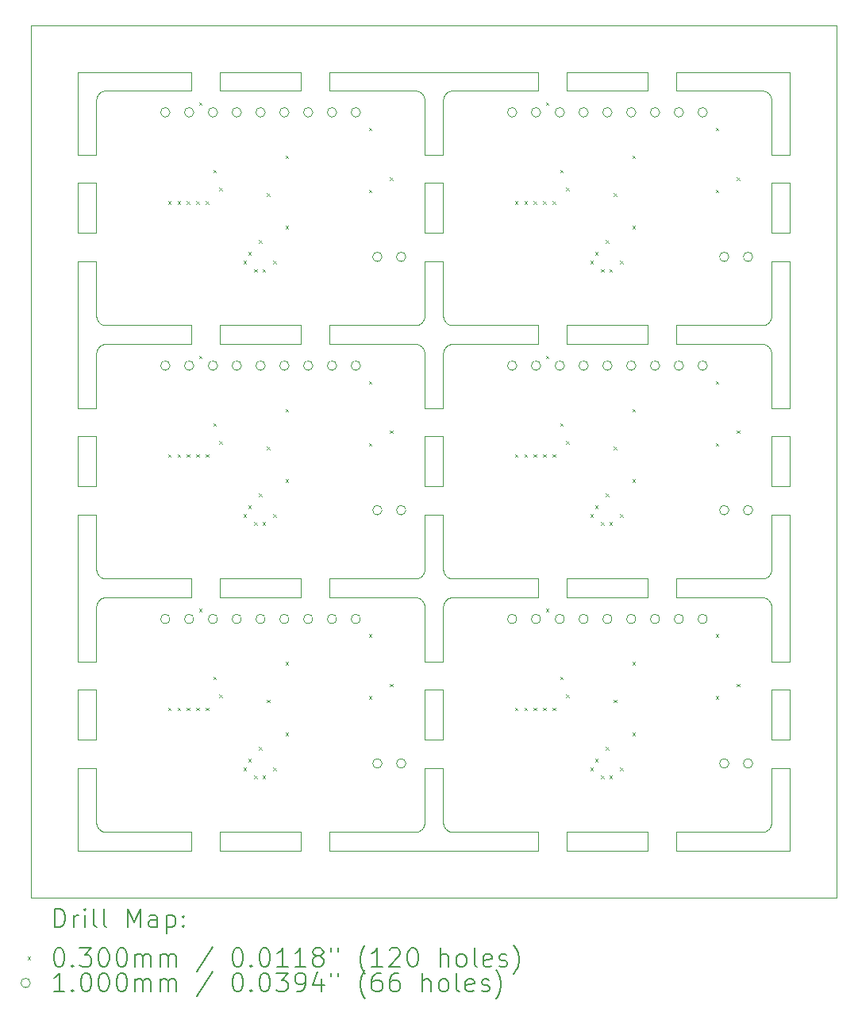
<source format=gbr>
%TF.GenerationSoftware,KiCad,Pcbnew,8.0.3*%
%TF.CreationDate,2025-01-10T12:47:37+08:00*%
%TF.ProjectId,ICM-42688_Panelized,49434d2d-3432-4363-9838-5f50616e656c,rev?*%
%TF.SameCoordinates,Original*%
%TF.FileFunction,Drillmap*%
%TF.FilePolarity,Positive*%
%FSLAX45Y45*%
G04 Gerber Fmt 4.5, Leading zero omitted, Abs format (unit mm)*
G04 Created by KiCad (PCBNEW 8.0.3) date 2025-01-10 12:47:37*
%MOMM*%
%LPD*%
G01*
G04 APERTURE LIST*
%ADD10C,0.100000*%
%ADD11C,0.200000*%
G04 APERTURE END LIST*
D10*
X14750000Y-8200000D02*
X14749872Y-8194935D01*
X14977521Y-10568897D02*
X14981103Y-10572479D01*
X11315269Y-7893775D02*
X11320064Y-7895414D01*
X11284863Y-5175876D02*
X11288789Y-5179078D01*
X14849900Y-9616667D02*
X14750000Y-9616667D01*
X13433333Y-5300100D02*
X13433333Y-5400000D01*
X18650000Y-6083333D02*
X18450000Y-6083333D01*
X18422479Y-5168897D02*
X18425876Y-5165137D01*
X18360117Y-5400513D02*
X18355065Y-5400128D01*
X15039883Y-7899487D02*
X15044935Y-7899872D01*
X14984863Y-7875876D02*
X14988789Y-7879077D01*
X14950513Y-8189883D02*
X14950128Y-8194935D01*
X11258104Y-8160564D02*
X11256225Y-8165269D01*
X18355065Y-5400128D02*
X18350000Y-5400000D01*
X15005960Y-5189780D02*
X15010564Y-5191896D01*
X14954586Y-5129936D02*
X14956225Y-5134731D01*
X14850100Y-7216667D02*
X14950000Y-7216667D01*
X18375065Y-2703192D02*
X18370130Y-2702047D01*
X14711210Y-2720922D02*
X14707127Y-2717924D01*
X14850100Y-9616667D02*
X14849900Y-9616667D01*
X18422479Y-8131103D02*
X18418897Y-8127521D01*
X11301470Y-2712565D02*
X11297103Y-2715136D01*
X17433333Y-2500000D02*
X18650000Y-2500000D01*
X11288789Y-5420922D02*
X11284863Y-5424124D01*
X19150000Y-11300000D02*
X19150000Y-2000000D01*
X14956225Y-5465269D02*
X14954586Y-5470064D01*
X11250000Y-6083333D02*
X11050000Y-6083333D01*
X11253192Y-10525065D02*
X11254586Y-10529936D01*
X11334857Y-8101153D02*
X11329870Y-8102047D01*
X18445414Y-7829936D02*
X18446808Y-7825065D01*
X18450000Y-2800000D02*
X18449872Y-2794935D01*
X12266667Y-5400000D02*
X11350000Y-5400000D01*
X18434864Y-5447104D02*
X18432076Y-5442873D01*
X11262565Y-2751470D02*
X11260219Y-2755961D01*
X14997103Y-10584864D02*
X15001470Y-10587435D01*
X14988789Y-5420922D02*
X14984863Y-5424124D01*
X11270922Y-10561211D02*
X11274124Y-10565137D01*
X15050000Y-10600000D02*
X15966667Y-10600000D01*
X14747953Y-5479870D02*
X14746808Y-5474935D01*
X18446808Y-7825065D02*
X18447953Y-7820130D01*
X18360117Y-5199487D02*
X18365143Y-5198847D01*
X14718897Y-10572479D02*
X14722479Y-10568897D01*
X14679936Y-10595414D02*
X14684730Y-10593775D01*
X14960219Y-7844039D02*
X14962565Y-7848530D01*
X16266667Y-7999900D02*
X16266667Y-7900000D01*
X15044935Y-2700128D02*
X15039883Y-2700513D01*
X10550000Y-11300000D02*
X19150000Y-11300000D01*
X18384731Y-5193775D02*
X18389436Y-5191896D01*
X14739780Y-5144039D02*
X14741896Y-5139436D01*
X14970922Y-2738789D02*
X14967924Y-2742873D01*
X14729077Y-2738789D02*
X14725876Y-2734863D01*
X11350000Y-5400000D02*
X11344935Y-5400128D01*
X14850100Y-3383333D02*
X14849900Y-3383333D01*
X15001470Y-5412565D02*
X14997103Y-5415136D01*
X11050000Y-6383333D02*
X11250000Y-6383333D01*
X11250000Y-5100000D02*
X11250128Y-5105065D01*
X14743775Y-8165269D02*
X14741896Y-8160564D01*
X18394039Y-7889780D02*
X18398530Y-7887435D01*
X14739780Y-7844039D02*
X14741896Y-7839435D01*
X11050000Y-9616667D02*
X11050000Y-9083333D01*
X14698530Y-5412565D02*
X14694039Y-5410220D01*
X13433333Y-2500000D02*
X13433333Y-2700000D01*
X14977521Y-7868897D02*
X14981103Y-7872479D01*
X14950128Y-10505065D02*
X14950513Y-10510117D01*
X14698530Y-5187435D02*
X14702896Y-5184864D01*
X11265135Y-2747104D02*
X11262565Y-2751470D01*
X16266667Y-5300100D02*
X16266667Y-5299900D01*
X11301470Y-7887435D02*
X11305960Y-7889780D01*
X18411211Y-2720922D02*
X18407127Y-2717924D01*
X11253192Y-7825065D02*
X11254586Y-7829936D01*
X11315269Y-5406225D02*
X11310564Y-5408104D01*
X14992873Y-7882076D02*
X14997103Y-7884864D01*
X11250513Y-5489883D02*
X11250128Y-5494935D01*
X14956225Y-2765269D02*
X14954586Y-2770064D01*
X16266667Y-5299900D02*
X16266667Y-5200000D01*
X14734864Y-8147103D02*
X14732076Y-8142873D01*
X15039883Y-2700513D02*
X15034857Y-2701153D01*
X14745414Y-5470064D02*
X14743775Y-5465269D01*
X14950128Y-7805065D02*
X14950513Y-7810117D01*
X15044935Y-5199872D02*
X15050000Y-5200000D01*
X16266667Y-5200000D02*
X17133333Y-5200000D01*
X14711210Y-7879077D02*
X14715137Y-7875876D01*
X14660117Y-7899487D02*
X14665143Y-7898847D01*
X14950000Y-8783333D02*
X14850100Y-8783333D01*
X14962565Y-10548530D02*
X14965135Y-10552896D01*
X14849900Y-4516667D02*
X14850100Y-4516667D01*
X18650000Y-4516667D02*
X18650000Y-6083333D01*
X15034857Y-5198847D02*
X15039883Y-5199487D01*
X11277521Y-5168897D02*
X11281103Y-5172479D01*
X18449487Y-7810117D02*
X18449872Y-7805065D01*
X14974124Y-2734863D02*
X14970922Y-2738789D01*
X11258104Y-2760564D02*
X11256225Y-2765269D01*
X14960219Y-8155960D02*
X14958104Y-8160564D01*
X18448847Y-5115143D02*
X18449487Y-5110117D01*
X15005960Y-7889780D02*
X15010564Y-7891896D01*
X18402896Y-8115135D02*
X18398530Y-8112565D01*
X15015269Y-5406225D02*
X15010564Y-5408104D01*
X18407127Y-5182076D02*
X18411211Y-5179078D01*
X14715137Y-8124124D02*
X14711210Y-8120922D01*
X11339883Y-5199487D02*
X11344935Y-5199872D01*
X14974124Y-5165137D02*
X14977521Y-5168897D01*
X11050000Y-6083333D02*
X11050000Y-4516667D01*
X18415137Y-8124124D02*
X18411211Y-8120922D01*
X14950513Y-5110117D02*
X14951153Y-5115143D01*
X14748847Y-8184857D02*
X14747953Y-8179870D01*
X11050000Y-4216667D02*
X11050000Y-3683333D01*
X18411211Y-7879077D02*
X18415137Y-7875876D01*
X18443775Y-5465269D02*
X18441896Y-5460564D01*
X15044935Y-7899872D02*
X15050000Y-7900000D01*
X15020064Y-2704586D02*
X15015269Y-2706225D01*
X14981103Y-7872479D02*
X14984863Y-7875876D01*
X11270922Y-5438789D02*
X11267924Y-5442873D01*
X11274124Y-5165137D02*
X11277521Y-5168897D01*
X14849900Y-6383333D02*
X14850100Y-6383333D01*
X14689435Y-8108104D02*
X14684730Y-8106225D01*
X14849900Y-9083333D02*
X14850100Y-9083333D01*
X18379936Y-10595414D02*
X18384731Y-10593775D01*
X14750000Y-10500000D02*
X14750000Y-9916667D01*
X14952047Y-8179870D02*
X14951153Y-8184857D01*
X11250000Y-9083333D02*
X11250000Y-9616667D01*
X11344935Y-2700128D02*
X11339883Y-2700513D01*
X15966667Y-5200000D02*
X15966667Y-5299900D01*
X11344935Y-5400128D02*
X11339883Y-5400513D01*
X14702896Y-5415136D02*
X14698530Y-5412565D01*
X17133333Y-10800000D02*
X16266667Y-10800000D01*
X14952047Y-7820130D02*
X14953192Y-7825065D01*
X18437435Y-8151470D02*
X18434864Y-8147103D01*
X14694039Y-5189780D02*
X14698530Y-5187435D01*
X13433333Y-5200000D02*
X13433333Y-5299900D01*
X11251153Y-7815143D02*
X11252047Y-7820130D01*
X14950000Y-3383333D02*
X14850100Y-3383333D01*
X14849900Y-9916667D02*
X14850100Y-9916667D01*
X14950000Y-10500000D02*
X14950128Y-10505065D01*
X11267924Y-5442873D02*
X11265135Y-5447104D01*
X14679936Y-5195414D02*
X14684730Y-5193775D01*
X15010564Y-8108104D02*
X15005960Y-8110219D01*
X18449872Y-10505065D02*
X18450000Y-10500000D01*
X14749487Y-8189883D02*
X14748847Y-8184857D01*
X15020064Y-5195414D02*
X15024935Y-5196808D01*
X17433333Y-5400000D02*
X17433333Y-5300100D01*
X18432076Y-2742873D02*
X18429078Y-2738789D01*
X11288789Y-7879077D02*
X11292873Y-7882076D01*
X14750000Y-2800000D02*
X14749872Y-2794935D01*
X15029870Y-5402047D02*
X15024935Y-5403192D01*
X11250000Y-8200000D02*
X11250000Y-8783333D01*
X14952047Y-10520130D02*
X14953192Y-10525065D01*
X15005960Y-2710220D02*
X15001470Y-2712565D01*
X15024935Y-7896808D02*
X15029870Y-7897953D01*
X14655065Y-7899872D02*
X14660117Y-7899487D01*
X14737435Y-7848530D02*
X14739780Y-7844039D01*
X18398530Y-2712565D02*
X18394039Y-2710220D01*
X18445414Y-8170064D02*
X18443775Y-8165269D01*
X14850100Y-3683333D02*
X14950000Y-3683333D01*
X14974124Y-10565137D02*
X14977521Y-10568897D01*
X14749872Y-5105065D02*
X14750000Y-5100000D01*
X14954586Y-10529936D02*
X14956225Y-10534731D01*
X14950000Y-6383333D02*
X14950000Y-6916667D01*
X11270922Y-7861210D02*
X11274124Y-7865137D01*
X11301470Y-10587435D02*
X11305960Y-10589780D01*
X18415137Y-7875876D02*
X18418897Y-7872479D01*
X18411211Y-5179078D02*
X18415137Y-5175876D01*
X11258104Y-10539436D02*
X11260219Y-10544039D01*
X18439780Y-8155960D02*
X18437435Y-8151470D01*
X14698530Y-8112565D02*
X14694039Y-8110219D01*
X18434864Y-10552896D02*
X18437435Y-10548530D01*
X18407127Y-5417924D02*
X18402896Y-5415136D01*
X13433333Y-2700000D02*
X12566667Y-2700000D01*
X18394039Y-2710220D02*
X18389436Y-2708104D01*
X11305960Y-7889780D02*
X11310564Y-7891896D01*
X14750000Y-3383333D02*
X14750000Y-2800000D01*
X15001470Y-7887435D02*
X15005960Y-7889780D01*
X15005960Y-8110219D02*
X15001470Y-8112565D01*
X14749487Y-5489883D02*
X14748847Y-5484857D01*
X11305960Y-5410220D02*
X11301470Y-5412565D01*
X14722479Y-5431103D02*
X14718897Y-5427521D01*
X14950128Y-8194935D02*
X14950000Y-8200000D01*
X18389436Y-10591896D02*
X18394039Y-10589780D01*
X11267924Y-8142873D02*
X11265135Y-8147103D01*
X14749872Y-10505065D02*
X14750000Y-10500000D01*
X18450000Y-5100000D02*
X18450000Y-4516667D01*
X14734864Y-2747104D02*
X14732076Y-2742873D01*
X14711210Y-5179078D02*
X14715137Y-5175876D01*
X14684730Y-7893775D02*
X14689435Y-7891896D01*
X14660117Y-10599487D02*
X14665143Y-10598847D01*
X18365143Y-10598847D02*
X18370130Y-10597953D01*
X14970922Y-7861210D02*
X14974124Y-7865137D01*
X18450000Y-6383333D02*
X18650000Y-6383333D01*
X12566667Y-2700000D02*
X12566667Y-2500000D01*
X11320064Y-8104586D02*
X11315269Y-8106225D01*
X18389436Y-7891896D02*
X18394039Y-7889780D01*
X18398530Y-10587435D02*
X18402896Y-10584864D01*
X15029870Y-10597953D02*
X15034857Y-10598847D01*
X11274124Y-2734863D02*
X11270922Y-2738789D01*
X11250000Y-7216667D02*
X11250000Y-7800000D01*
X14962565Y-5148530D02*
X14965135Y-5152896D01*
X14745414Y-10529936D02*
X14746808Y-10525065D01*
X14741896Y-2760564D02*
X14739780Y-2755961D01*
X15005960Y-5410220D02*
X15001470Y-5412565D01*
X13433333Y-8000100D02*
X13433333Y-8100000D01*
X18450000Y-4216667D02*
X18450000Y-3683333D01*
X18432076Y-8142873D02*
X18429078Y-8138789D01*
X11250000Y-4216667D02*
X11050000Y-4216667D01*
X14749487Y-7810117D02*
X14749872Y-7805065D01*
X11251153Y-5115143D02*
X11252047Y-5120130D01*
X14997103Y-5184864D02*
X15001470Y-5187435D01*
X15029870Y-5197953D02*
X15034857Y-5198847D01*
X17433333Y-2700000D02*
X17433333Y-2500000D01*
X18360117Y-10599487D02*
X18365143Y-10598847D01*
X14746808Y-7825065D02*
X14747953Y-7820130D01*
X15966667Y-7900000D02*
X15966667Y-7999900D01*
X12266667Y-5200000D02*
X12266667Y-5299900D01*
X18418897Y-8127521D02*
X18415137Y-8124124D01*
X13433333Y-8100000D02*
X12566667Y-8100000D01*
X13733333Y-7900000D02*
X14650000Y-7900000D01*
X12566667Y-7999900D02*
X12566667Y-7900000D01*
X14850100Y-6916667D02*
X14849900Y-6916667D01*
X11344935Y-8100128D02*
X11339883Y-8100513D01*
X14970922Y-8138789D02*
X14967924Y-8142873D01*
X14950000Y-9916667D02*
X14950000Y-10500000D01*
X18650000Y-4216667D02*
X18450000Y-4216667D01*
X14974124Y-8134863D02*
X14970922Y-8138789D01*
X14729077Y-10561211D02*
X14732076Y-10557127D01*
X18360117Y-2700513D02*
X18355065Y-2700128D01*
X15034857Y-10598847D02*
X15039883Y-10599487D01*
X15015269Y-5193775D02*
X15020064Y-5195414D01*
X11315269Y-10593775D02*
X11320064Y-10595414D01*
X18448847Y-8184857D02*
X18447953Y-8179870D01*
X18379936Y-5195414D02*
X18384731Y-5193775D01*
X14743775Y-7834730D02*
X14745414Y-7829936D01*
X14953192Y-2774935D02*
X14952047Y-2779870D01*
X12566667Y-5400000D02*
X12566667Y-5300100D01*
X14951153Y-5115143D02*
X14952047Y-5120130D01*
X18446808Y-10525065D02*
X18447953Y-10520130D01*
X15029870Y-7897953D02*
X15034857Y-7898847D01*
X14689435Y-5191896D02*
X14694039Y-5189780D01*
X18360117Y-8100513D02*
X18355065Y-8100128D01*
X11310564Y-10591896D02*
X11315269Y-10593775D01*
X14660117Y-5199487D02*
X14665143Y-5198847D01*
X15020064Y-10595414D02*
X15024935Y-10596808D01*
X11329870Y-10597953D02*
X11334857Y-10598847D01*
X14960219Y-5455961D02*
X14958104Y-5460564D01*
X11301470Y-5412565D02*
X11297103Y-5415136D01*
X14950128Y-2794935D02*
X14950000Y-2800000D01*
X14950000Y-2800000D02*
X14950000Y-3383333D01*
X14711210Y-5420922D02*
X14707127Y-5417924D01*
X18432076Y-5442873D02*
X18429078Y-5438789D01*
X11281103Y-10572479D02*
X11284863Y-10575876D01*
X15024935Y-5196808D02*
X15029870Y-5197953D01*
X14997103Y-2715136D02*
X14992873Y-2717924D01*
X11265135Y-8147103D02*
X11262565Y-8151470D01*
X14660117Y-5400513D02*
X14655065Y-5400128D01*
X18425876Y-2734863D02*
X18422479Y-2731103D01*
X18350000Y-5200000D02*
X18355065Y-5199872D01*
X14992873Y-10582076D02*
X14997103Y-10584864D01*
X17133333Y-5300100D02*
X17133333Y-5400000D01*
X18450000Y-6916667D02*
X18450000Y-6383333D01*
X14748847Y-10515143D02*
X14749487Y-10510117D01*
X14967924Y-7857127D02*
X14970922Y-7861210D01*
X11262565Y-8151470D02*
X11260219Y-8155960D01*
X14951153Y-7815143D02*
X14952047Y-7820130D01*
X14746808Y-8174935D02*
X14745414Y-8170064D01*
X18370130Y-8102047D02*
X18365143Y-8101153D01*
X17433333Y-8000100D02*
X17433333Y-7999900D01*
X15015269Y-7893775D02*
X15020064Y-7895414D01*
X18650000Y-9083333D02*
X18650000Y-9616667D01*
X14722479Y-7868897D02*
X14725876Y-7865137D01*
X14729077Y-5161211D02*
X14732076Y-5157127D01*
X18449872Y-2794935D02*
X18449487Y-2789883D01*
X18447953Y-5479870D02*
X18446808Y-5474935D01*
X12266667Y-10800000D02*
X11050000Y-10800000D01*
X11253192Y-5474935D02*
X11252047Y-5479870D01*
X18450000Y-4516667D02*
X18650000Y-4516667D01*
X11292873Y-10582076D02*
X11297103Y-10584864D01*
X14743775Y-5465269D02*
X14741896Y-5460564D01*
X14655065Y-10599872D02*
X14660117Y-10599487D01*
X18365143Y-5401153D02*
X18360117Y-5400513D01*
X18402896Y-7884864D02*
X18407127Y-7882076D01*
X18441896Y-10539436D02*
X18443775Y-10534731D01*
X11329870Y-5402047D02*
X11324935Y-5403192D01*
X11281103Y-5172479D02*
X11284863Y-5175876D01*
X11262565Y-7848530D02*
X11265135Y-7852896D01*
X14746808Y-5474935D02*
X14745414Y-5470064D01*
X13433333Y-10600000D02*
X13433333Y-10800000D01*
X18398530Y-5187435D02*
X18402896Y-5184864D01*
X14956225Y-10534731D02*
X14958104Y-10539436D01*
X11256225Y-2765269D02*
X11254586Y-2770064D01*
X11050000Y-7216667D02*
X11250000Y-7216667D01*
X18422479Y-5431103D02*
X18418897Y-5427521D01*
X18443775Y-8165269D02*
X18441896Y-8160564D01*
X18449487Y-10510117D02*
X18449872Y-10505065D01*
X18379936Y-2704586D02*
X18375065Y-2703192D01*
X11250513Y-8189883D02*
X11250128Y-8194935D01*
X11250128Y-10505065D02*
X11250513Y-10510117D01*
X13733333Y-10600000D02*
X14650000Y-10600000D01*
X11270922Y-8138789D02*
X11267924Y-8142873D01*
X18355065Y-2700128D02*
X18350000Y-2700000D01*
X14725876Y-2734863D02*
X14722479Y-2731103D01*
X17433333Y-7999900D02*
X17433333Y-7900000D01*
X11310564Y-5191896D02*
X11315269Y-5193775D01*
X14745414Y-2770064D02*
X14743775Y-2765269D01*
X17433333Y-5300100D02*
X17433333Y-5299900D01*
X14974124Y-5434863D02*
X14970922Y-5438789D01*
X11334857Y-10598847D02*
X11339883Y-10599487D01*
X18389436Y-8108104D02*
X18384731Y-8106225D01*
X11284863Y-7875876D02*
X11288789Y-7879077D01*
X11250128Y-2794935D02*
X11250000Y-2800000D01*
X11250000Y-9616667D02*
X11050000Y-9616667D01*
X11270922Y-5161211D02*
X11274124Y-5165137D01*
X14741896Y-5460564D02*
X14739780Y-5455961D01*
X14951153Y-2784857D02*
X14950513Y-2789883D01*
X11288789Y-10579078D02*
X11292873Y-10582076D01*
X14732076Y-7857127D02*
X14734864Y-7852896D01*
X18432076Y-7857127D02*
X18434864Y-7852896D01*
X18448847Y-7815143D02*
X18449487Y-7810117D01*
X15005960Y-10589780D02*
X15010564Y-10591896D01*
X14670130Y-2702047D02*
X14665143Y-2701153D01*
X18379936Y-8104586D02*
X18375065Y-8103192D01*
X12566667Y-2500000D02*
X13433333Y-2500000D01*
X14967924Y-2742873D02*
X14965135Y-2747104D01*
X18415137Y-10575876D02*
X18418897Y-10572479D01*
X14655065Y-2700128D02*
X14650000Y-2700000D01*
X18350000Y-7900000D02*
X18355065Y-7899872D01*
X14711210Y-8120922D02*
X14707127Y-8117924D01*
X14981103Y-8127521D02*
X14977521Y-8131103D01*
X18449872Y-5105065D02*
X18450000Y-5100000D01*
X14722479Y-10568897D02*
X14725876Y-10565137D01*
X11250000Y-4516667D02*
X11250000Y-5100000D01*
X15039883Y-10599487D02*
X15044935Y-10599872D01*
X18449487Y-2789883D02*
X18448847Y-2784857D01*
X15010564Y-5408104D02*
X15005960Y-5410220D01*
X16266667Y-10800000D02*
X16266667Y-10600000D01*
X11320064Y-10595414D02*
X11324935Y-10596808D01*
X14732076Y-2742873D02*
X14729077Y-2738789D01*
X14850100Y-9083333D02*
X14950000Y-9083333D01*
X15044935Y-10599872D02*
X15050000Y-10600000D01*
X18418897Y-10572479D02*
X18422479Y-10568897D01*
X18437435Y-2751470D02*
X18434864Y-2747104D01*
X14960219Y-2755961D02*
X14958104Y-2760564D01*
X14748847Y-5115143D02*
X14749487Y-5110117D01*
X14722479Y-8131103D02*
X14718897Y-8127521D01*
X11050000Y-8783333D02*
X11050000Y-7216667D01*
X15015269Y-10593775D02*
X15020064Y-10595414D01*
X17133333Y-8000100D02*
X17133333Y-8100000D01*
X11292873Y-2717924D02*
X11288789Y-2720922D01*
X18402896Y-10584864D02*
X18407127Y-10582076D01*
X11292873Y-5417924D02*
X11288789Y-5420922D01*
X12266667Y-5300100D02*
X12266667Y-5400000D01*
X18448847Y-10515143D02*
X18449487Y-10510117D01*
X11292873Y-5182076D02*
X11297103Y-5184864D01*
X14750000Y-9916667D02*
X14849900Y-9916667D01*
X12266667Y-2700000D02*
X11350000Y-2700000D01*
X14965135Y-2747104D02*
X14962565Y-2751470D01*
X15966667Y-10800000D02*
X13733333Y-10800000D01*
X11305960Y-10589780D02*
X11310564Y-10591896D01*
X11350000Y-10600000D02*
X12266667Y-10600000D01*
X18425876Y-5434863D02*
X18422479Y-5431103D01*
X13433333Y-7900000D02*
X13433333Y-7999900D01*
X17133333Y-2500000D02*
X17133333Y-2700000D01*
X11334857Y-2701153D02*
X11329870Y-2702047D01*
X14849900Y-6916667D02*
X14750000Y-6916667D01*
X11329870Y-2702047D02*
X11324935Y-2703192D01*
X16266667Y-7900000D02*
X17133333Y-7900000D01*
X11250000Y-7800000D02*
X11250128Y-7805065D01*
X17133333Y-5400000D02*
X16266667Y-5400000D01*
X14958104Y-8160564D02*
X14956225Y-8165269D01*
X14718897Y-5172479D02*
X14722479Y-5168897D01*
X15020064Y-7895414D02*
X15024935Y-7896808D01*
X11250128Y-7805065D02*
X11250513Y-7810117D01*
X14981103Y-5427521D02*
X14977521Y-5431103D01*
X11260219Y-2755961D02*
X11258104Y-2760564D01*
X14950000Y-6083333D02*
X14850100Y-6083333D01*
X14749872Y-8194935D02*
X14749487Y-8189883D01*
X18375065Y-5196808D02*
X18379936Y-5195414D01*
X11288789Y-8120922D02*
X11284863Y-8124124D01*
X13733333Y-5400000D02*
X13733333Y-5300100D01*
X11305960Y-2710220D02*
X11301470Y-2712565D01*
X14665143Y-5198847D02*
X14670130Y-5197953D01*
X11339883Y-10599487D02*
X11344935Y-10599872D01*
X13733333Y-2500000D02*
X15966667Y-2500000D01*
X18394039Y-5189780D02*
X18398530Y-5187435D01*
X11320064Y-5404586D02*
X11315269Y-5406225D01*
X11324935Y-2703192D02*
X11320064Y-2704586D01*
X14739780Y-10544039D02*
X14741896Y-10539436D01*
X14698530Y-2712565D02*
X14694039Y-2710220D01*
X18445414Y-5129936D02*
X18446808Y-5125065D01*
X14729077Y-8138789D02*
X14725876Y-8134863D01*
X11250128Y-5494935D02*
X11250000Y-5500000D01*
X14694039Y-8110219D02*
X14689435Y-8108104D01*
X14732076Y-5442873D02*
X14729077Y-5438789D01*
X11251153Y-8184857D02*
X11250513Y-8189883D01*
X18422479Y-10568897D02*
X18425876Y-10565137D01*
X18398530Y-7887435D02*
X18402896Y-7884864D01*
X17433333Y-8100000D02*
X17433333Y-8000100D01*
X11284863Y-10575876D02*
X11288789Y-10579078D01*
X14850100Y-8783333D02*
X14849900Y-8783333D01*
X14954586Y-2770064D02*
X14953192Y-2774935D01*
X17133333Y-7999900D02*
X17133333Y-8000100D01*
X14950128Y-5494935D02*
X14950000Y-5500000D01*
X17133333Y-10600000D02*
X17133333Y-10800000D01*
X14974124Y-7865137D02*
X14977521Y-7868897D01*
X14665143Y-7898847D02*
X14670130Y-7897953D01*
X18443775Y-7834730D02*
X18445414Y-7829936D01*
X11329870Y-8102047D02*
X11324935Y-8103192D01*
X14950513Y-2789883D02*
X14950128Y-2794935D01*
X14997103Y-5415136D02*
X14992873Y-5417924D01*
X11250128Y-5105065D02*
X11250513Y-5110117D01*
X11256225Y-5134731D02*
X11258104Y-5139436D01*
X14953192Y-5125065D02*
X14954586Y-5129936D01*
X14750000Y-7800000D02*
X14750000Y-7216667D01*
X18439780Y-5144039D02*
X18441896Y-5139436D01*
X11256225Y-5465269D02*
X11254586Y-5470064D01*
X14698530Y-7887435D02*
X14702896Y-7884864D01*
X11329870Y-5197953D02*
X11334857Y-5198847D01*
X14743775Y-5134731D02*
X14745414Y-5129936D01*
X14698530Y-10587435D02*
X14702896Y-10584864D01*
X14849900Y-3683333D02*
X14850100Y-3683333D01*
X11250000Y-8783333D02*
X11050000Y-8783333D01*
X13733333Y-8000100D02*
X13733333Y-7999900D01*
X17133333Y-2700000D02*
X16266667Y-2700000D01*
X11267924Y-7857127D02*
X11270922Y-7861210D01*
X14850100Y-9916667D02*
X14950000Y-9916667D01*
X11267924Y-2742873D02*
X11265135Y-2747104D01*
X14675065Y-8103192D02*
X14670130Y-8102047D01*
X14650000Y-5400000D02*
X13733333Y-5400000D01*
X14737435Y-10548530D02*
X14739780Y-10544039D01*
X11270922Y-2738789D02*
X11267924Y-2742873D01*
X14707127Y-7882076D02*
X14711210Y-7879077D01*
X14850100Y-4516667D02*
X14950000Y-4516667D01*
X11250000Y-2800000D02*
X11250000Y-3383333D01*
X14660117Y-8100513D02*
X14655065Y-8100128D01*
X11260219Y-5455961D02*
X11258104Y-5460564D01*
X14725876Y-7865137D02*
X14729077Y-7861210D01*
X14992873Y-2717924D02*
X14988789Y-2720922D01*
X11324935Y-5403192D02*
X11320064Y-5404586D01*
X12566667Y-5300100D02*
X12566667Y-5299900D01*
X14679936Y-5404586D02*
X14675065Y-5403192D01*
X11260219Y-10544039D02*
X11262565Y-10548530D01*
X18449487Y-5489883D02*
X18448847Y-5484857D01*
X14715137Y-2724124D02*
X14711210Y-2720922D01*
X14984863Y-2724124D02*
X14981103Y-2727521D01*
X11250513Y-7810117D02*
X11251153Y-7815143D01*
X14650000Y-10600000D02*
X14655065Y-10599872D01*
X11254586Y-2770064D02*
X11253192Y-2774935D01*
X15024935Y-5403192D02*
X15020064Y-5404586D01*
X14748847Y-2784857D02*
X14747953Y-2779870D01*
X14737435Y-8151470D02*
X14734864Y-8147103D01*
X15015269Y-8106225D02*
X15010564Y-8108104D01*
X13733333Y-5299900D02*
X13733333Y-5200000D01*
X11350000Y-2700000D02*
X11344935Y-2700128D01*
X18389436Y-5191896D02*
X18394039Y-5189780D01*
X14849900Y-7216667D02*
X14850100Y-7216667D01*
X14650000Y-7900000D02*
X14655065Y-7899872D01*
X14679936Y-2704586D02*
X14675065Y-2703192D01*
X14734864Y-5447104D02*
X14732076Y-5442873D01*
X14707127Y-10582076D02*
X14711210Y-10579078D01*
X18650000Y-9916667D02*
X18650000Y-10800000D01*
X15010564Y-2708104D02*
X15005960Y-2710220D01*
X14956225Y-7834730D02*
X14958104Y-7839435D01*
X18365143Y-8101153D02*
X18360117Y-8100513D01*
X11315269Y-2706225D02*
X11310564Y-2708104D01*
X12266667Y-8000100D02*
X12266667Y-8100000D01*
X14684730Y-2706225D02*
X14679936Y-2704586D01*
X14689435Y-7891896D02*
X14694039Y-7889780D01*
X11251153Y-2784857D02*
X11250513Y-2789883D01*
X18443775Y-10534731D02*
X18445414Y-10529936D01*
X12566667Y-8100000D02*
X12566667Y-8000100D01*
X18402896Y-5415136D02*
X18398530Y-5412565D01*
X18445414Y-5470064D02*
X18443775Y-5465269D01*
X11277521Y-5431103D02*
X11274124Y-5434863D01*
X14992873Y-5182076D02*
X14997103Y-5184864D01*
X14725876Y-5165137D02*
X14729077Y-5161211D01*
X14750000Y-9616667D02*
X14750000Y-9083333D01*
X18448847Y-2784857D02*
X18447953Y-2779870D01*
X15015269Y-2706225D02*
X15010564Y-2708104D01*
X11339883Y-2700513D02*
X11334857Y-2701153D01*
X14951153Y-5484857D02*
X14950513Y-5489883D01*
X18445414Y-2770064D02*
X18443775Y-2765269D01*
X14981103Y-2727521D02*
X14977521Y-2731103D01*
X13733333Y-10800000D02*
X13733333Y-10600000D01*
X15024935Y-2703192D02*
X15020064Y-2704586D01*
X14745414Y-8170064D02*
X14743775Y-8165269D01*
X11297103Y-8115135D02*
X11292873Y-8117924D01*
X11050000Y-2500000D02*
X12266667Y-2500000D01*
X14992873Y-8117924D02*
X14988789Y-8120922D01*
X16266667Y-2500000D02*
X17133333Y-2500000D01*
X14743775Y-2765269D02*
X14741896Y-2760564D01*
X18441896Y-5139436D02*
X18443775Y-5134731D01*
X18439780Y-10544039D02*
X18441896Y-10539436D01*
X14675065Y-5196808D02*
X14679936Y-5195414D01*
X14960219Y-5144039D02*
X14962565Y-5148530D01*
X18650000Y-3383333D02*
X18450000Y-3383333D01*
X14850100Y-6383333D02*
X14950000Y-6383333D01*
X14675065Y-5403192D02*
X14670130Y-5402047D01*
X11250513Y-10510117D02*
X11251153Y-10515143D01*
X18446808Y-8174935D02*
X18445414Y-8170064D01*
X14670130Y-10597953D02*
X14675065Y-10596808D01*
X14750000Y-8783333D02*
X14750000Y-8200000D01*
X14747953Y-8179870D02*
X14746808Y-8174935D01*
X11258104Y-7839435D02*
X11260219Y-7844039D01*
X18449487Y-8189883D02*
X18448847Y-8184857D01*
X11324935Y-8103192D02*
X11320064Y-8104586D01*
X19150000Y-2000000D02*
X10550000Y-2000000D01*
X15001470Y-8112565D02*
X14997103Y-8115135D01*
X14745414Y-7829936D02*
X14746808Y-7825065D01*
X11350000Y-8100000D02*
X11344935Y-8100128D01*
X11258104Y-5460564D02*
X11256225Y-5465269D01*
X17133333Y-8100000D02*
X16266667Y-8100000D01*
X11250000Y-3683333D02*
X11250000Y-4216667D01*
X18350000Y-5400000D02*
X17433333Y-5400000D01*
X14950000Y-5500000D02*
X14950000Y-6083333D01*
X14750000Y-5100000D02*
X14750000Y-4516667D01*
X18365143Y-7898847D02*
X18370130Y-7897953D01*
X18650000Y-6383333D02*
X18650000Y-6916667D01*
X11281103Y-8127521D02*
X11277521Y-8131103D01*
X11281103Y-7872479D02*
X11284863Y-7875876D01*
X14684730Y-10593775D02*
X14689435Y-10591896D01*
X18450000Y-3383333D02*
X18450000Y-2800000D01*
X15020064Y-8104586D02*
X15015269Y-8106225D01*
X17433333Y-10800000D02*
X17433333Y-10600000D01*
X11254586Y-5129936D02*
X11256225Y-5134731D01*
X18441896Y-5460564D02*
X18439780Y-5455961D01*
X14750000Y-9083333D02*
X14849900Y-9083333D01*
X14962565Y-8151470D02*
X14960219Y-8155960D01*
X18415137Y-5424124D02*
X18411211Y-5420922D01*
X14707127Y-2717924D02*
X14702896Y-2715136D01*
X13733333Y-5300100D02*
X13733333Y-5299900D01*
X18350000Y-2700000D02*
X17433333Y-2700000D01*
X14749872Y-5494935D02*
X14749487Y-5489883D01*
X18379936Y-7895414D02*
X18384731Y-7893775D01*
X11284863Y-8124124D02*
X11281103Y-8127521D01*
X11252047Y-5479870D02*
X11251153Y-5484857D01*
X18446808Y-5474935D02*
X18445414Y-5470064D01*
X18450000Y-5500000D02*
X18449872Y-5494935D01*
X12266667Y-8100000D02*
X11350000Y-8100000D01*
X14739780Y-8155960D02*
X14737435Y-8151470D01*
X18450000Y-8200000D02*
X18449872Y-8194935D01*
X17433333Y-5299900D02*
X17433333Y-5200000D01*
X14750000Y-6916667D02*
X14750000Y-6383333D01*
X14988789Y-7879077D02*
X14992873Y-7882076D01*
X14750000Y-3683333D02*
X14849900Y-3683333D01*
X18450000Y-8783333D02*
X18450000Y-8200000D01*
X12566667Y-5299900D02*
X12566667Y-5200000D01*
X14718897Y-8127521D02*
X14715137Y-8124124D01*
X14734864Y-7852896D02*
X14737435Y-7848530D01*
X18450000Y-6083333D02*
X18450000Y-5500000D01*
X14718897Y-5427521D02*
X14715137Y-5424124D01*
X17133333Y-7900000D02*
X17133333Y-7999900D01*
X13433333Y-10800000D02*
X12566667Y-10800000D01*
X14970922Y-5438789D02*
X14967924Y-5442873D01*
X15966667Y-10600000D02*
X15966667Y-10800000D01*
X14988789Y-5179078D02*
X14992873Y-5182076D01*
X18429078Y-5161211D02*
X18432076Y-5157127D01*
X15966667Y-2700000D02*
X15050000Y-2700000D01*
X14749872Y-7805065D02*
X14750000Y-7800000D01*
X18418897Y-2727521D02*
X18415137Y-2724124D01*
X14741896Y-5139436D02*
X14743775Y-5134731D01*
X14977521Y-2731103D02*
X14974124Y-2734863D01*
X15010564Y-7891896D02*
X15015269Y-7893775D01*
X14953192Y-5474935D02*
X14952047Y-5479870D01*
X14958104Y-10539436D02*
X14960219Y-10544039D01*
X12566667Y-5200000D02*
X13433333Y-5200000D01*
X11250000Y-10500000D02*
X11250128Y-10505065D01*
X15034857Y-5401153D02*
X15029870Y-5402047D01*
X14950000Y-4216667D02*
X14850100Y-4216667D01*
X11324935Y-7896808D02*
X11329870Y-7897953D01*
X14739780Y-5455961D02*
X14737435Y-5451470D01*
X14750000Y-5500000D02*
X14749872Y-5494935D01*
X13733333Y-8100000D02*
X13733333Y-8000100D01*
X14747953Y-7820130D02*
X14748847Y-7815143D01*
X14655065Y-5199872D02*
X14660117Y-5199487D01*
X18384731Y-5406225D02*
X18379936Y-5404586D01*
X14988789Y-10579078D02*
X14992873Y-10582076D01*
X16266667Y-5400000D02*
X16266667Y-5300100D01*
X18450000Y-7800000D02*
X18450000Y-7216667D01*
X14954586Y-7829936D02*
X14956225Y-7834730D01*
X15050000Y-8100000D02*
X15044935Y-8100128D01*
X14849900Y-8783333D02*
X14750000Y-8783333D01*
X14722479Y-2731103D02*
X14718897Y-2727521D01*
X11250000Y-3383333D02*
X11050000Y-3383333D01*
X18429078Y-2738789D02*
X18425876Y-2734863D01*
X11339883Y-5400513D02*
X11334857Y-5401153D01*
X11274124Y-7865137D02*
X11277521Y-7868897D01*
X15024935Y-8103192D02*
X15020064Y-8104586D01*
X14950000Y-9083333D02*
X14950000Y-9616667D01*
X13733333Y-5200000D02*
X14650000Y-5200000D01*
X11253192Y-2774935D02*
X11252047Y-2779870D01*
X14746808Y-5125065D02*
X14747953Y-5120130D01*
X18394039Y-5410220D02*
X18389436Y-5408104D01*
X14992873Y-5417924D02*
X14988789Y-5420922D01*
X18375065Y-10596808D02*
X18379936Y-10595414D01*
X18450000Y-10500000D02*
X18450000Y-9916667D01*
X14679936Y-8104586D02*
X14675065Y-8103192D01*
X18425876Y-10565137D02*
X18429078Y-10561211D01*
X11320064Y-2704586D02*
X11315269Y-2706225D01*
X11274124Y-5434863D02*
X11270922Y-5438789D01*
X14850100Y-6083333D02*
X14849900Y-6083333D01*
X18437435Y-5148530D02*
X18439780Y-5144039D01*
X15029870Y-8102047D02*
X15024935Y-8103192D01*
X14650000Y-5200000D02*
X14655065Y-5199872D01*
X14952047Y-5120130D02*
X14953192Y-5125065D01*
X14739780Y-2755961D02*
X14737435Y-2751470D01*
X18415137Y-2724124D02*
X18411211Y-2720922D01*
X14684730Y-5406225D02*
X14679936Y-5404586D01*
X18650000Y-8783333D02*
X18450000Y-8783333D01*
X18650000Y-9616667D02*
X18450000Y-9616667D01*
X14729077Y-5438789D02*
X14725876Y-5434863D01*
X14750000Y-7216667D02*
X14849900Y-7216667D01*
X18355065Y-10599872D02*
X18360117Y-10599487D01*
X14951153Y-10515143D02*
X14952047Y-10520130D01*
X14962565Y-7848530D02*
X14965135Y-7852896D01*
X11251153Y-10515143D02*
X11252047Y-10520130D01*
X15966667Y-5299900D02*
X15966667Y-5300100D01*
X18384731Y-2706225D02*
X18379936Y-2704586D01*
X15039883Y-5400513D02*
X15034857Y-5401153D01*
X11277521Y-8131103D02*
X11274124Y-8134863D01*
X11274124Y-10565137D02*
X11277521Y-10568897D01*
X14849900Y-3383333D02*
X14750000Y-3383333D01*
X11274124Y-8134863D02*
X11270922Y-8138789D01*
X10550000Y-2000000D02*
X10550000Y-11300000D01*
X11265135Y-10552896D02*
X11267924Y-10557127D01*
X18411211Y-8120922D02*
X18407127Y-8117924D01*
X14749487Y-10510117D02*
X14749872Y-10505065D01*
X14725876Y-10565137D02*
X14729077Y-10561211D01*
X14746808Y-10525065D02*
X14747953Y-10520130D01*
X14725876Y-8134863D02*
X14722479Y-8131103D01*
X18447953Y-10520130D02*
X18448847Y-10515143D01*
X14715137Y-10575876D02*
X14718897Y-10572479D01*
X15050000Y-5400000D02*
X15044935Y-5400128D01*
X11281103Y-5427521D02*
X11277521Y-5431103D01*
X18650000Y-6916667D02*
X18450000Y-6916667D01*
X11050000Y-6916667D02*
X11050000Y-6383333D01*
X14665143Y-5401153D02*
X14660117Y-5400513D01*
X11050000Y-9916667D02*
X11250000Y-9916667D01*
X18432076Y-5157127D02*
X18434864Y-5152896D01*
X11297103Y-2715136D02*
X11292873Y-2717924D01*
X15001470Y-10587435D02*
X15005960Y-10589780D01*
X14665143Y-8101153D02*
X14660117Y-8100513D01*
X16266667Y-2700000D02*
X16266667Y-2500000D01*
X11262565Y-10548530D02*
X11265135Y-10552896D01*
X11334857Y-5401153D02*
X11329870Y-5402047D01*
X15966667Y-8100000D02*
X15050000Y-8100000D01*
X11260219Y-8155960D02*
X11258104Y-8160564D01*
X18449872Y-7805065D02*
X18450000Y-7800000D01*
X18394039Y-8110219D02*
X18389436Y-8108104D01*
X18425876Y-8134863D02*
X18422479Y-8131103D01*
X14670130Y-5197953D02*
X14675065Y-5196808D01*
X18407127Y-8117924D02*
X18402896Y-8115135D01*
X14954586Y-5470064D02*
X14953192Y-5474935D01*
X14950000Y-7800000D02*
X14950128Y-7805065D01*
X11252047Y-5120130D02*
X11253192Y-5125065D01*
X15024935Y-10596808D02*
X15029870Y-10597953D01*
X14746808Y-2774935D02*
X14745414Y-2770064D01*
X15966667Y-2500000D02*
X15966667Y-2700000D01*
X15001470Y-2712565D02*
X14997103Y-2715136D01*
X14675065Y-10596808D02*
X14679936Y-10595414D01*
X14684730Y-8106225D02*
X14679936Y-8104586D01*
X14694039Y-10589780D02*
X14698530Y-10587435D01*
X17433333Y-10600000D02*
X18350000Y-10600000D01*
X14747953Y-5120130D02*
X14748847Y-5115143D01*
X18425876Y-7865137D02*
X18429078Y-7861210D01*
X13433333Y-7999900D02*
X13433333Y-8000100D01*
X11252047Y-7820130D02*
X11253192Y-7825065D01*
X18407127Y-2717924D02*
X18402896Y-2715136D01*
X18365143Y-2701153D02*
X18360117Y-2700513D01*
X14732076Y-10557127D02*
X14734864Y-10552896D01*
X11320064Y-7895414D02*
X11324935Y-7896808D01*
X11256225Y-7834730D02*
X11258104Y-7839435D01*
X11250000Y-9916667D02*
X11250000Y-10500000D01*
X12566667Y-10600000D02*
X13433333Y-10600000D01*
X18415137Y-5175876D02*
X18418897Y-5172479D01*
X14732076Y-8142873D02*
X14729077Y-8138789D01*
X14981103Y-5172479D02*
X14984863Y-5175876D01*
X11252047Y-2779870D02*
X11251153Y-2784857D01*
X11297103Y-5184864D02*
X11301470Y-5187435D01*
X14750000Y-6083333D02*
X14750000Y-5500000D01*
X11256225Y-8165269D02*
X11254586Y-8170064D01*
X13733333Y-7999900D02*
X13733333Y-7900000D01*
X11339883Y-8100513D02*
X11334857Y-8101153D01*
X14960219Y-10544039D02*
X14962565Y-10548530D01*
X14950513Y-7810117D02*
X14951153Y-7815143D01*
X18425876Y-5165137D02*
X18429078Y-5161211D01*
X14689435Y-2708104D02*
X14684730Y-2706225D01*
X14953192Y-7825065D02*
X14954586Y-7829936D01*
X18449487Y-5110117D02*
X18449872Y-5105065D01*
X14956225Y-8165269D02*
X14954586Y-8170064D01*
X11350000Y-5200000D02*
X12266667Y-5200000D01*
X12566667Y-10800000D02*
X12566667Y-10600000D01*
X18650000Y-10800000D02*
X17433333Y-10800000D01*
X18443775Y-5134731D02*
X18445414Y-5129936D01*
X11315269Y-8106225D02*
X11310564Y-8108104D01*
X11253192Y-5125065D02*
X11254586Y-5129936D01*
X11260219Y-7844039D02*
X11262565Y-7848530D01*
X11305960Y-5189780D02*
X11310564Y-5191896D01*
X18446808Y-5125065D02*
X18447953Y-5120130D01*
X18355065Y-5199872D02*
X18360117Y-5199487D01*
X11262565Y-5451470D02*
X11260219Y-5455961D01*
X18407127Y-10582076D02*
X18411211Y-10579078D01*
X18650000Y-2500000D02*
X18650000Y-3383333D01*
X12266667Y-10600000D02*
X12266667Y-10800000D01*
X17433333Y-5200000D02*
X18350000Y-5200000D01*
X12266667Y-2500000D02*
X12266667Y-2700000D01*
X18450000Y-9616667D02*
X18450000Y-9083333D01*
X14965135Y-5447104D02*
X14962565Y-5451470D01*
X18375065Y-5403192D02*
X18370130Y-5402047D01*
X11310564Y-2708104D02*
X11305960Y-2710220D01*
X18350000Y-8100000D02*
X17433333Y-8100000D01*
X18389436Y-2708104D02*
X18384731Y-2706225D01*
X18370130Y-5402047D02*
X18365143Y-5401153D01*
X14650000Y-2700000D02*
X13733333Y-2700000D01*
X14750000Y-4216667D02*
X14750000Y-3683333D01*
X12266667Y-7999900D02*
X12266667Y-8000100D01*
X14984863Y-5175876D02*
X14988789Y-5179078D01*
X18439780Y-5455961D02*
X18437435Y-5451470D01*
X14711210Y-10579078D02*
X14715137Y-10575876D01*
X14679936Y-7895414D02*
X14684730Y-7893775D01*
X15050000Y-2700000D02*
X15044935Y-2700128D01*
X18422479Y-2731103D02*
X18418897Y-2727521D01*
X14707127Y-8117924D02*
X14702896Y-8115135D01*
X18434864Y-5152896D02*
X18437435Y-5148530D01*
X11344935Y-7899872D02*
X11350000Y-7900000D01*
X18437435Y-5451470D02*
X18434864Y-5447104D01*
X14715137Y-5424124D02*
X14711210Y-5420922D01*
X16266667Y-10600000D02*
X17133333Y-10600000D01*
X11324935Y-5196808D02*
X11329870Y-5197953D01*
X12266667Y-5299900D02*
X12266667Y-5300100D01*
X14950000Y-6916667D02*
X14850100Y-6916667D01*
X14734864Y-10552896D02*
X14737435Y-10548530D01*
X14707127Y-5182076D02*
X14711210Y-5179078D01*
X14741896Y-8160564D02*
X14739780Y-8155960D01*
X11350000Y-7900000D02*
X12266667Y-7900000D01*
X15010564Y-10591896D02*
X15015269Y-10593775D01*
X14965135Y-8147103D02*
X14962565Y-8151470D01*
X14952047Y-5479870D02*
X14951153Y-5484857D01*
X14984863Y-5424124D02*
X14981103Y-5427521D01*
X14997103Y-7884864D02*
X15001470Y-7887435D01*
X18418897Y-7872479D02*
X18422479Y-7868897D01*
X11310564Y-7891896D02*
X11315269Y-7893775D01*
X11250000Y-6916667D02*
X11050000Y-6916667D01*
X11050000Y-3683333D02*
X11250000Y-3683333D01*
X14655065Y-5400128D02*
X14650000Y-5400000D01*
X18446808Y-2774935D02*
X18445414Y-2770064D01*
X11252047Y-10520130D02*
X11253192Y-10525065D01*
X18429078Y-7861210D02*
X18432076Y-7857127D01*
X14702896Y-7884864D02*
X14707127Y-7882076D01*
X15001470Y-5187435D02*
X15005960Y-5189780D01*
X14967924Y-5157127D02*
X14970922Y-5161211D01*
X11344935Y-5199872D02*
X11350000Y-5200000D01*
X14718897Y-7872479D02*
X14722479Y-7868897D01*
X14967924Y-5442873D02*
X14965135Y-5447104D01*
X11250000Y-5500000D02*
X11250000Y-6083333D01*
X11254586Y-8170064D02*
X11253192Y-8174935D01*
X11315269Y-5193775D02*
X11320064Y-5195414D01*
X18402896Y-5184864D02*
X18407127Y-5182076D01*
X11258104Y-5139436D02*
X11260219Y-5144039D01*
X14675065Y-2703192D02*
X14670130Y-2702047D01*
X11324935Y-10596808D02*
X11329870Y-10597953D01*
X14665143Y-2701153D02*
X14660117Y-2700513D01*
X18394039Y-10589780D02*
X18398530Y-10587435D01*
X18447953Y-7820130D02*
X18448847Y-7815143D01*
X15966667Y-8000100D02*
X15966667Y-8100000D01*
X18418897Y-5172479D02*
X18422479Y-5168897D01*
X15044935Y-8100128D02*
X15039883Y-8100513D01*
X14694039Y-2710220D02*
X14689435Y-2708104D01*
X14965135Y-7852896D02*
X14967924Y-7857127D01*
X18434864Y-2747104D02*
X18432076Y-2742873D01*
X18370130Y-5197953D02*
X18375065Y-5196808D01*
X18437435Y-7848530D02*
X18439780Y-7844039D01*
X14694039Y-7889780D02*
X14698530Y-7887435D01*
X14950128Y-5105065D02*
X14950513Y-5110117D01*
X14950000Y-7216667D02*
X14950000Y-7800000D01*
X14954586Y-8170064D02*
X14953192Y-8174935D01*
X14958104Y-2760564D02*
X14956225Y-2765269D01*
X11050000Y-3383333D02*
X11050000Y-2500000D01*
X18447953Y-8179870D02*
X18446808Y-8174935D01*
X14950000Y-8200000D02*
X14950000Y-8783333D01*
X11250513Y-2789883D02*
X11250128Y-2794935D01*
X11265135Y-5152896D02*
X11267924Y-5157127D01*
X11301470Y-5187435D02*
X11305960Y-5189780D01*
X14743775Y-10534731D02*
X14745414Y-10529936D01*
X14748847Y-7815143D02*
X14749487Y-7810117D01*
X18384731Y-10593775D02*
X18389436Y-10591896D01*
X14967924Y-8142873D02*
X14965135Y-8147103D01*
X11320064Y-5195414D02*
X11324935Y-5196808D01*
X15050000Y-5200000D02*
X15966667Y-5200000D01*
X14977521Y-8131103D02*
X14974124Y-8134863D01*
X11277521Y-2731103D02*
X11274124Y-2734863D01*
X15039883Y-8100513D02*
X15034857Y-8101153D01*
X18441896Y-7839435D02*
X18443775Y-7834730D01*
X14722479Y-5168897D02*
X14725876Y-5165137D01*
X11253192Y-8174935D02*
X11252047Y-8179870D01*
X14715137Y-7875876D02*
X14718897Y-7872479D01*
X18434864Y-7852896D02*
X18437435Y-7848530D01*
X14702896Y-8115135D02*
X14698530Y-8112565D01*
X14950513Y-5489883D02*
X14950128Y-5494935D01*
X14988789Y-8120922D02*
X14984863Y-8124124D01*
X14729077Y-7861210D02*
X14732076Y-7857127D01*
X18445414Y-10529936D02*
X18446808Y-10525065D01*
X11254586Y-7829936D02*
X11256225Y-7834730D01*
X11288789Y-5179078D02*
X11292873Y-5182076D01*
X14670130Y-5402047D02*
X14665143Y-5401153D01*
X14951153Y-8184857D02*
X14950513Y-8189883D01*
X17433333Y-7900000D02*
X18350000Y-7900000D01*
X14734864Y-5152896D02*
X14737435Y-5148530D01*
X11281103Y-2727521D02*
X11277521Y-2731103D01*
X11339883Y-7899487D02*
X11344935Y-7899872D01*
X18370130Y-7897953D02*
X18375065Y-7896808D01*
X14981103Y-10572479D02*
X14984863Y-10575876D01*
X14958104Y-5139436D02*
X14960219Y-5144039D01*
X15966667Y-7999900D02*
X15966667Y-8000100D01*
X18443775Y-2765269D02*
X18441896Y-2760564D01*
X15020064Y-5404586D02*
X15015269Y-5406225D01*
X11267924Y-5157127D02*
X11270922Y-5161211D01*
X11310564Y-8108104D02*
X11305960Y-8110219D01*
X18384731Y-7893775D02*
X18389436Y-7891896D01*
X18389436Y-5408104D02*
X18384731Y-5406225D01*
X18450000Y-9083333D02*
X18650000Y-9083333D01*
X15034857Y-8101153D02*
X15029870Y-8102047D01*
X18448847Y-5484857D02*
X18447953Y-5479870D01*
X18429078Y-5438789D02*
X18425876Y-5434863D01*
X11297103Y-5415136D02*
X11292873Y-5417924D01*
X14718897Y-2727521D02*
X14715137Y-2724124D01*
X11252047Y-8179870D02*
X11251153Y-8184857D01*
X18370130Y-2702047D02*
X18365143Y-2701153D01*
X17133333Y-5200000D02*
X17133333Y-5299900D01*
X14953192Y-8174935D02*
X14952047Y-8179870D01*
X11288789Y-2720922D02*
X11284863Y-2724124D01*
X14684730Y-5193775D02*
X14689435Y-5191896D01*
X18437435Y-10548530D02*
X18439780Y-10544039D01*
X14747953Y-2779870D02*
X14746808Y-2774935D01*
X14749487Y-5110117D02*
X14749872Y-5105065D01*
X18411211Y-5420922D02*
X18407127Y-5417924D01*
X11262565Y-5148530D02*
X11265135Y-5152896D01*
X18450000Y-7216667D02*
X18650000Y-7216667D01*
X12566667Y-7900000D02*
X13433333Y-7900000D01*
X14741896Y-10539436D02*
X14743775Y-10534731D01*
X18439780Y-7844039D02*
X18441896Y-7839435D01*
X11344935Y-10599872D02*
X11350000Y-10600000D01*
X17133333Y-5299900D02*
X17133333Y-5300100D01*
X14737435Y-5451470D02*
X14734864Y-5447104D01*
X18449872Y-8194935D02*
X18449487Y-8189883D01*
X14747953Y-10520130D02*
X14748847Y-10515143D01*
X16266667Y-8100000D02*
X16266667Y-8000100D01*
X18375065Y-8103192D02*
X18370130Y-8102047D01*
X14675065Y-7896808D02*
X14679936Y-7895414D01*
X13433333Y-5400000D02*
X12566667Y-5400000D01*
X18370130Y-10597953D02*
X18375065Y-10596808D01*
X14660117Y-2700513D02*
X14655065Y-2700128D01*
X14750000Y-4516667D02*
X14849900Y-4516667D01*
X11310564Y-5408104D02*
X11305960Y-5410220D01*
X14988789Y-2720922D02*
X14984863Y-2724124D01*
X18375065Y-7896808D02*
X18379936Y-7895414D01*
X14849900Y-4216667D02*
X14750000Y-4216667D01*
X18429078Y-10561211D02*
X18432076Y-10557127D01*
X14750000Y-6383333D02*
X14849900Y-6383333D01*
X18650000Y-3683333D02*
X18650000Y-4216667D01*
X12266667Y-7900000D02*
X12266667Y-7999900D01*
X18398530Y-5412565D02*
X18394039Y-5410220D01*
X11277521Y-10568897D02*
X11281103Y-10572479D01*
X11251153Y-5484857D02*
X11250513Y-5489883D01*
X14707127Y-5417924D02*
X14702896Y-5415136D01*
X11050000Y-4516667D02*
X11250000Y-4516667D01*
X14965135Y-10552896D02*
X14967924Y-10557127D01*
X14970922Y-5161211D02*
X14974124Y-5165137D01*
X11256225Y-10534731D02*
X11258104Y-10539436D01*
X14694039Y-5410220D02*
X14689435Y-5408104D01*
X11250513Y-5110117D02*
X11251153Y-5115143D01*
X15966667Y-5400000D02*
X15050000Y-5400000D01*
X18422479Y-7868897D02*
X18425876Y-7865137D01*
X18418897Y-5427521D02*
X18415137Y-5424124D01*
X14670130Y-7897953D02*
X14675065Y-7896808D01*
X18432076Y-10557127D02*
X18434864Y-10552896D01*
X14737435Y-5148530D02*
X14739780Y-5144039D01*
X11277521Y-7868897D02*
X11281103Y-7872479D01*
X11297103Y-10584864D02*
X11301470Y-10587435D01*
X18411211Y-10579078D02*
X18415137Y-10575876D01*
X14997103Y-8115135D02*
X14992873Y-8117924D01*
X18441896Y-8160564D02*
X18439780Y-8155960D01*
X15029870Y-2702047D02*
X15024935Y-2703192D01*
X18449872Y-5494935D02*
X18449487Y-5489883D01*
X14984863Y-8124124D02*
X14981103Y-8127521D01*
X18355065Y-8100128D02*
X18350000Y-8100000D01*
X18402896Y-2715136D02*
X18398530Y-2712565D01*
X14950000Y-3683333D02*
X14950000Y-4216667D01*
X13733333Y-2700000D02*
X13733333Y-2500000D01*
X15966667Y-5300100D02*
X15966667Y-5400000D01*
X11250000Y-6383333D02*
X11250000Y-6916667D01*
X14962565Y-5451470D02*
X14960219Y-5455961D01*
X14952047Y-2779870D02*
X14951153Y-2784857D01*
X18407127Y-7882076D02*
X18411211Y-7879077D01*
X14956225Y-5134731D02*
X14958104Y-5139436D01*
X18398530Y-8112565D02*
X18394039Y-8110219D01*
X14970922Y-10561211D02*
X14974124Y-10565137D01*
X14670130Y-8102047D02*
X14665143Y-8101153D01*
X11254586Y-10529936D02*
X11256225Y-10534731D01*
X11284863Y-2724124D02*
X11281103Y-2727521D01*
X14702896Y-2715136D02*
X14698530Y-2712565D01*
X14950000Y-4516667D02*
X14950000Y-5100000D01*
X11265135Y-5447104D02*
X11262565Y-5451470D01*
X15039883Y-5199487D02*
X15044935Y-5199872D01*
X14984863Y-10575876D02*
X14988789Y-10579078D01*
X11334857Y-5198847D02*
X11339883Y-5199487D01*
X18447953Y-5120130D02*
X18448847Y-5115143D01*
X11292873Y-8117924D02*
X11288789Y-8120922D01*
X18429078Y-8138789D02*
X18425876Y-8134863D01*
X14849900Y-6083333D02*
X14750000Y-6083333D01*
X14950000Y-9616667D02*
X14850100Y-9616667D01*
X18441896Y-2760564D02*
X18439780Y-2755961D01*
X15034857Y-2701153D02*
X15029870Y-2702047D01*
X18447953Y-2779870D02*
X18446808Y-2774935D01*
X14702896Y-10584864D02*
X14707127Y-10582076D01*
X14850100Y-4216667D02*
X14849900Y-4216667D01*
X14741896Y-7839435D02*
X14743775Y-7834730D01*
X14689435Y-10591896D02*
X14694039Y-10589780D01*
X14977521Y-5431103D02*
X14974124Y-5434863D01*
X14958104Y-5460564D02*
X14956225Y-5465269D01*
X12566667Y-8000100D02*
X12566667Y-7999900D01*
X11292873Y-7882076D02*
X11297103Y-7884864D01*
X11265135Y-7852896D02*
X11267924Y-7857127D01*
X14953192Y-10525065D02*
X14954586Y-10529936D01*
X14737435Y-2751470D02*
X14734864Y-2747104D01*
X14950513Y-10510117D02*
X14951153Y-10515143D01*
X14725876Y-5434863D02*
X14722479Y-5431103D01*
X14665143Y-10598847D02*
X14670130Y-10597953D01*
X11305960Y-8110219D02*
X11301470Y-8112565D01*
X14965135Y-5152896D02*
X14967924Y-5157127D01*
X18360117Y-7899487D02*
X18365143Y-7898847D01*
X13433333Y-5299900D02*
X13433333Y-5300100D01*
X16266667Y-8000100D02*
X16266667Y-7999900D01*
X11334857Y-7898847D02*
X11339883Y-7899487D01*
X14967924Y-10557127D02*
X14970922Y-10561211D01*
X18434864Y-8147103D02*
X18432076Y-8142873D01*
X18350000Y-10600000D02*
X18355065Y-10599872D01*
X11301470Y-8112565D02*
X11297103Y-8115135D01*
X18384731Y-8106225D02*
X18379936Y-8104586D01*
X11267924Y-10557127D02*
X11270922Y-10561211D01*
X11329870Y-7897953D02*
X11334857Y-7898847D01*
X14689435Y-5408104D02*
X14684730Y-5406225D01*
X14650000Y-8100000D02*
X13733333Y-8100000D01*
X18450000Y-3683333D02*
X18650000Y-3683333D01*
X14732076Y-5157127D02*
X14734864Y-5152896D01*
X18650000Y-7216667D02*
X18650000Y-8783333D01*
X15034857Y-7898847D02*
X15039883Y-7899487D01*
X11050000Y-10800000D02*
X11050000Y-9916667D01*
X18450000Y-9916667D02*
X18650000Y-9916667D01*
X14977521Y-5168897D02*
X14981103Y-5172479D01*
X14702896Y-5184864D02*
X14707127Y-5182076D01*
X15044935Y-5400128D02*
X15039883Y-5400513D01*
X11260219Y-5144039D02*
X11262565Y-5148530D01*
X14748847Y-5484857D02*
X14747953Y-5479870D01*
X11050000Y-9083333D02*
X11250000Y-9083333D01*
X14962565Y-2751470D02*
X14960219Y-2755961D01*
X11284863Y-5424124D02*
X11281103Y-5427521D01*
X14958104Y-7839435D02*
X14960219Y-7844039D01*
X11254586Y-5470064D02*
X11253192Y-5474935D01*
X18355065Y-7899872D02*
X18360117Y-7899487D01*
X14655065Y-8100128D02*
X14650000Y-8100000D01*
X11250128Y-8194935D02*
X11250000Y-8200000D01*
X14745414Y-5129936D02*
X14746808Y-5125065D01*
X14715137Y-5175876D02*
X14718897Y-5172479D01*
X15010564Y-5191896D02*
X15015269Y-5193775D01*
X11297103Y-7884864D02*
X11301470Y-7887435D01*
X18439780Y-2755961D02*
X18437435Y-2751470D01*
X15050000Y-7900000D02*
X15966667Y-7900000D01*
X14950000Y-5100000D02*
X14950128Y-5105065D01*
X18379936Y-5404586D02*
X18375065Y-5403192D01*
X14749487Y-2789883D02*
X14748847Y-2784857D01*
X14749872Y-2794935D02*
X14749487Y-2789883D01*
X18365143Y-5198847D02*
X18370130Y-5197953D01*
D11*
D10*
X12015000Y-3875000D02*
X12045000Y-3905000D01*
X12045000Y-3875000D02*
X12015000Y-3905000D01*
X12015000Y-6575000D02*
X12045000Y-6605000D01*
X12045000Y-6575000D02*
X12015000Y-6605000D01*
X12015000Y-9275000D02*
X12045000Y-9305000D01*
X12045000Y-9275000D02*
X12015000Y-9305000D01*
X12115000Y-3875000D02*
X12145000Y-3905000D01*
X12145000Y-3875000D02*
X12115000Y-3905000D01*
X12115000Y-6575000D02*
X12145000Y-6605000D01*
X12145000Y-6575000D02*
X12115000Y-6605000D01*
X12115000Y-9275000D02*
X12145000Y-9305000D01*
X12145000Y-9275000D02*
X12115000Y-9305000D01*
X12215000Y-3875000D02*
X12245000Y-3905000D01*
X12245000Y-3875000D02*
X12215000Y-3905000D01*
X12215000Y-6575000D02*
X12245000Y-6605000D01*
X12245000Y-6575000D02*
X12215000Y-6605000D01*
X12215000Y-9275000D02*
X12245000Y-9305000D01*
X12245000Y-9275000D02*
X12215000Y-9305000D01*
X12315000Y-3875000D02*
X12345000Y-3905000D01*
X12345000Y-3875000D02*
X12315000Y-3905000D01*
X12315000Y-6575000D02*
X12345000Y-6605000D01*
X12345000Y-6575000D02*
X12315000Y-6605000D01*
X12315000Y-9275000D02*
X12345000Y-9305000D01*
X12345000Y-9275000D02*
X12315000Y-9305000D01*
X12344000Y-2822000D02*
X12374000Y-2852000D01*
X12374000Y-2822000D02*
X12344000Y-2852000D01*
X12344000Y-5522000D02*
X12374000Y-5552000D01*
X12374000Y-5522000D02*
X12344000Y-5552000D01*
X12344000Y-8222000D02*
X12374000Y-8252000D01*
X12374000Y-8222000D02*
X12344000Y-8252000D01*
X12415000Y-3875000D02*
X12445000Y-3905000D01*
X12445000Y-3875000D02*
X12415000Y-3905000D01*
X12415000Y-6575000D02*
X12445000Y-6605000D01*
X12445000Y-6575000D02*
X12415000Y-6605000D01*
X12415000Y-9275000D02*
X12445000Y-9305000D01*
X12445000Y-9275000D02*
X12415000Y-9305000D01*
X12498000Y-3543000D02*
X12528000Y-3573000D01*
X12528000Y-3543000D02*
X12498000Y-3573000D01*
X12498000Y-6243000D02*
X12528000Y-6273000D01*
X12528000Y-6243000D02*
X12498000Y-6273000D01*
X12498000Y-8943000D02*
X12528000Y-8973000D01*
X12528000Y-8943000D02*
X12498000Y-8973000D01*
X12563000Y-3734000D02*
X12593000Y-3764000D01*
X12593000Y-3734000D02*
X12563000Y-3764000D01*
X12563000Y-6434000D02*
X12593000Y-6464000D01*
X12593000Y-6434000D02*
X12563000Y-6464000D01*
X12563000Y-9134000D02*
X12593000Y-9164000D01*
X12593000Y-9134000D02*
X12563000Y-9164000D01*
X12820000Y-4512000D02*
X12850000Y-4542000D01*
X12850000Y-4512000D02*
X12820000Y-4542000D01*
X12820000Y-7212000D02*
X12850000Y-7242000D01*
X12850000Y-7212000D02*
X12820000Y-7242000D01*
X12820000Y-9912000D02*
X12850000Y-9942000D01*
X12850000Y-9912000D02*
X12820000Y-9942000D01*
X12868000Y-4419000D02*
X12898000Y-4449000D01*
X12898000Y-4419000D02*
X12868000Y-4449000D01*
X12868000Y-7119000D02*
X12898000Y-7149000D01*
X12898000Y-7119000D02*
X12868000Y-7149000D01*
X12868000Y-9819000D02*
X12898000Y-9849000D01*
X12898000Y-9819000D02*
X12868000Y-9849000D01*
X12934250Y-4599000D02*
X12964250Y-4629000D01*
X12964250Y-4599000D02*
X12934250Y-4629000D01*
X12934250Y-7299000D02*
X12964250Y-7329000D01*
X12964250Y-7299000D02*
X12934250Y-7329000D01*
X12934250Y-9999000D02*
X12964250Y-10029000D01*
X12964250Y-9999000D02*
X12934250Y-10029000D01*
X12986000Y-4292000D02*
X13016000Y-4322000D01*
X13016000Y-4292000D02*
X12986000Y-4322000D01*
X12986000Y-6992000D02*
X13016000Y-7022000D01*
X13016000Y-6992000D02*
X12986000Y-7022000D01*
X12986000Y-9692000D02*
X13016000Y-9722000D01*
X13016000Y-9692000D02*
X12986000Y-9722000D01*
X13021000Y-4599000D02*
X13051000Y-4629000D01*
X13051000Y-4599000D02*
X13021000Y-4629000D01*
X13021000Y-7299000D02*
X13051000Y-7329000D01*
X13051000Y-7299000D02*
X13021000Y-7329000D01*
X13021000Y-9999000D02*
X13051000Y-10029000D01*
X13051000Y-9999000D02*
X13021000Y-10029000D01*
X13067000Y-3791000D02*
X13097000Y-3821000D01*
X13097000Y-3791000D02*
X13067000Y-3821000D01*
X13067000Y-6491000D02*
X13097000Y-6521000D01*
X13097000Y-6491000D02*
X13067000Y-6521000D01*
X13067000Y-9191000D02*
X13097000Y-9221000D01*
X13097000Y-9191000D02*
X13067000Y-9221000D01*
X13136000Y-4513000D02*
X13166000Y-4543000D01*
X13166000Y-4513000D02*
X13136000Y-4543000D01*
X13136000Y-7213000D02*
X13166000Y-7243000D01*
X13166000Y-7213000D02*
X13136000Y-7243000D01*
X13136000Y-9913000D02*
X13166000Y-9943000D01*
X13166000Y-9913000D02*
X13136000Y-9943000D01*
X13268750Y-3389250D02*
X13298750Y-3419250D01*
X13298750Y-3389250D02*
X13268750Y-3419250D01*
X13268750Y-6089250D02*
X13298750Y-6119250D01*
X13298750Y-6089250D02*
X13268750Y-6119250D01*
X13268750Y-8789250D02*
X13298750Y-8819250D01*
X13298750Y-8789250D02*
X13268750Y-8819250D01*
X13269000Y-4141000D02*
X13299000Y-4171000D01*
X13299000Y-4141000D02*
X13269000Y-4171000D01*
X13269000Y-6841000D02*
X13299000Y-6871000D01*
X13299000Y-6841000D02*
X13269000Y-6871000D01*
X13269000Y-9541000D02*
X13299000Y-9571000D01*
X13299000Y-9541000D02*
X13269000Y-9571000D01*
X14155000Y-3093000D02*
X14185000Y-3123000D01*
X14185000Y-3093000D02*
X14155000Y-3123000D01*
X14155000Y-3754000D02*
X14185000Y-3784000D01*
X14185000Y-3754000D02*
X14155000Y-3784000D01*
X14155000Y-5793000D02*
X14185000Y-5823000D01*
X14185000Y-5793000D02*
X14155000Y-5823000D01*
X14155000Y-6454000D02*
X14185000Y-6484000D01*
X14185000Y-6454000D02*
X14155000Y-6484000D01*
X14155000Y-8493000D02*
X14185000Y-8523000D01*
X14185000Y-8493000D02*
X14155000Y-8523000D01*
X14155000Y-9154000D02*
X14185000Y-9184000D01*
X14185000Y-9154000D02*
X14155000Y-9184000D01*
X14379000Y-3621000D02*
X14409000Y-3651000D01*
X14409000Y-3621000D02*
X14379000Y-3651000D01*
X14379000Y-6321000D02*
X14409000Y-6351000D01*
X14409000Y-6321000D02*
X14379000Y-6351000D01*
X14379000Y-9021000D02*
X14409000Y-9051000D01*
X14409000Y-9021000D02*
X14379000Y-9051000D01*
X15715000Y-3875000D02*
X15745000Y-3905000D01*
X15745000Y-3875000D02*
X15715000Y-3905000D01*
X15715000Y-6575000D02*
X15745000Y-6605000D01*
X15745000Y-6575000D02*
X15715000Y-6605000D01*
X15715000Y-9275000D02*
X15745000Y-9305000D01*
X15745000Y-9275000D02*
X15715000Y-9305000D01*
X15815000Y-3875000D02*
X15845000Y-3905000D01*
X15845000Y-3875000D02*
X15815000Y-3905000D01*
X15815000Y-6575000D02*
X15845000Y-6605000D01*
X15845000Y-6575000D02*
X15815000Y-6605000D01*
X15815000Y-9275000D02*
X15845000Y-9305000D01*
X15845000Y-9275000D02*
X15815000Y-9305000D01*
X15915000Y-3875000D02*
X15945000Y-3905000D01*
X15945000Y-3875000D02*
X15915000Y-3905000D01*
X15915000Y-6575000D02*
X15945000Y-6605000D01*
X15945000Y-6575000D02*
X15915000Y-6605000D01*
X15915000Y-9275000D02*
X15945000Y-9305000D01*
X15945000Y-9275000D02*
X15915000Y-9305000D01*
X16015000Y-3875000D02*
X16045000Y-3905000D01*
X16045000Y-3875000D02*
X16015000Y-3905000D01*
X16015000Y-6575000D02*
X16045000Y-6605000D01*
X16045000Y-6575000D02*
X16015000Y-6605000D01*
X16015000Y-9275000D02*
X16045000Y-9305000D01*
X16045000Y-9275000D02*
X16015000Y-9305000D01*
X16044000Y-2822000D02*
X16074000Y-2852000D01*
X16074000Y-2822000D02*
X16044000Y-2852000D01*
X16044000Y-5522000D02*
X16074000Y-5552000D01*
X16074000Y-5522000D02*
X16044000Y-5552000D01*
X16044000Y-8222000D02*
X16074000Y-8252000D01*
X16074000Y-8222000D02*
X16044000Y-8252000D01*
X16115000Y-3875000D02*
X16145000Y-3905000D01*
X16145000Y-3875000D02*
X16115000Y-3905000D01*
X16115000Y-6575000D02*
X16145000Y-6605000D01*
X16145000Y-6575000D02*
X16115000Y-6605000D01*
X16115000Y-9275000D02*
X16145000Y-9305000D01*
X16145000Y-9275000D02*
X16115000Y-9305000D01*
X16198000Y-3543000D02*
X16228000Y-3573000D01*
X16228000Y-3543000D02*
X16198000Y-3573000D01*
X16198000Y-6243000D02*
X16228000Y-6273000D01*
X16228000Y-6243000D02*
X16198000Y-6273000D01*
X16198000Y-8943000D02*
X16228000Y-8973000D01*
X16228000Y-8943000D02*
X16198000Y-8973000D01*
X16263000Y-3734000D02*
X16293000Y-3764000D01*
X16293000Y-3734000D02*
X16263000Y-3764000D01*
X16263000Y-6434000D02*
X16293000Y-6464000D01*
X16293000Y-6434000D02*
X16263000Y-6464000D01*
X16263000Y-9134000D02*
X16293000Y-9164000D01*
X16293000Y-9134000D02*
X16263000Y-9164000D01*
X16520000Y-4512000D02*
X16550000Y-4542000D01*
X16550000Y-4512000D02*
X16520000Y-4542000D01*
X16520000Y-7212000D02*
X16550000Y-7242000D01*
X16550000Y-7212000D02*
X16520000Y-7242000D01*
X16520000Y-9912000D02*
X16550000Y-9942000D01*
X16550000Y-9912000D02*
X16520000Y-9942000D01*
X16568000Y-4419000D02*
X16598000Y-4449000D01*
X16598000Y-4419000D02*
X16568000Y-4449000D01*
X16568000Y-7119000D02*
X16598000Y-7149000D01*
X16598000Y-7119000D02*
X16568000Y-7149000D01*
X16568000Y-9819000D02*
X16598000Y-9849000D01*
X16598000Y-9819000D02*
X16568000Y-9849000D01*
X16634250Y-4599000D02*
X16664250Y-4629000D01*
X16664250Y-4599000D02*
X16634250Y-4629000D01*
X16634250Y-7299000D02*
X16664250Y-7329000D01*
X16664250Y-7299000D02*
X16634250Y-7329000D01*
X16634250Y-9999000D02*
X16664250Y-10029000D01*
X16664250Y-9999000D02*
X16634250Y-10029000D01*
X16686000Y-4292000D02*
X16716000Y-4322000D01*
X16716000Y-4292000D02*
X16686000Y-4322000D01*
X16686000Y-6992000D02*
X16716000Y-7022000D01*
X16716000Y-6992000D02*
X16686000Y-7022000D01*
X16686000Y-9692000D02*
X16716000Y-9722000D01*
X16716000Y-9692000D02*
X16686000Y-9722000D01*
X16721000Y-4599000D02*
X16751000Y-4629000D01*
X16751000Y-4599000D02*
X16721000Y-4629000D01*
X16721000Y-7299000D02*
X16751000Y-7329000D01*
X16751000Y-7299000D02*
X16721000Y-7329000D01*
X16721000Y-9999000D02*
X16751000Y-10029000D01*
X16751000Y-9999000D02*
X16721000Y-10029000D01*
X16767000Y-3791000D02*
X16797000Y-3821000D01*
X16797000Y-3791000D02*
X16767000Y-3821000D01*
X16767000Y-6491000D02*
X16797000Y-6521000D01*
X16797000Y-6491000D02*
X16767000Y-6521000D01*
X16767000Y-9191000D02*
X16797000Y-9221000D01*
X16797000Y-9191000D02*
X16767000Y-9221000D01*
X16836000Y-4513000D02*
X16866000Y-4543000D01*
X16866000Y-4513000D02*
X16836000Y-4543000D01*
X16836000Y-7213000D02*
X16866000Y-7243000D01*
X16866000Y-7213000D02*
X16836000Y-7243000D01*
X16836000Y-9913000D02*
X16866000Y-9943000D01*
X16866000Y-9913000D02*
X16836000Y-9943000D01*
X16968750Y-3389250D02*
X16998750Y-3419250D01*
X16998750Y-3389250D02*
X16968750Y-3419250D01*
X16968750Y-6089250D02*
X16998750Y-6119250D01*
X16998750Y-6089250D02*
X16968750Y-6119250D01*
X16968750Y-8789250D02*
X16998750Y-8819250D01*
X16998750Y-8789250D02*
X16968750Y-8819250D01*
X16969000Y-4141000D02*
X16999000Y-4171000D01*
X16999000Y-4141000D02*
X16969000Y-4171000D01*
X16969000Y-6841000D02*
X16999000Y-6871000D01*
X16999000Y-6841000D02*
X16969000Y-6871000D01*
X16969000Y-9541000D02*
X16999000Y-9571000D01*
X16999000Y-9541000D02*
X16969000Y-9571000D01*
X17855000Y-3093000D02*
X17885000Y-3123000D01*
X17885000Y-3093000D02*
X17855000Y-3123000D01*
X17855000Y-3754000D02*
X17885000Y-3784000D01*
X17885000Y-3754000D02*
X17855000Y-3784000D01*
X17855000Y-5793000D02*
X17885000Y-5823000D01*
X17885000Y-5793000D02*
X17855000Y-5823000D01*
X17855000Y-6454000D02*
X17885000Y-6484000D01*
X17885000Y-6454000D02*
X17855000Y-6484000D01*
X17855000Y-8493000D02*
X17885000Y-8523000D01*
X17885000Y-8493000D02*
X17855000Y-8523000D01*
X17855000Y-9154000D02*
X17885000Y-9184000D01*
X17885000Y-9154000D02*
X17855000Y-9184000D01*
X18079000Y-3621000D02*
X18109000Y-3651000D01*
X18109000Y-3621000D02*
X18079000Y-3651000D01*
X18079000Y-6321000D02*
X18109000Y-6351000D01*
X18109000Y-6321000D02*
X18079000Y-6351000D01*
X18079000Y-9021000D02*
X18109000Y-9051000D01*
X18109000Y-9021000D02*
X18079000Y-9051000D01*
X12035000Y-2930000D02*
G75*
G02*
X11935000Y-2930000I-50000J0D01*
G01*
X11935000Y-2930000D02*
G75*
G02*
X12035000Y-2930000I50000J0D01*
G01*
X12035000Y-5630000D02*
G75*
G02*
X11935000Y-5630000I-50000J0D01*
G01*
X11935000Y-5630000D02*
G75*
G02*
X12035000Y-5630000I50000J0D01*
G01*
X12035000Y-8330000D02*
G75*
G02*
X11935000Y-8330000I-50000J0D01*
G01*
X11935000Y-8330000D02*
G75*
G02*
X12035000Y-8330000I50000J0D01*
G01*
X12289000Y-2930000D02*
G75*
G02*
X12189000Y-2930000I-50000J0D01*
G01*
X12189000Y-2930000D02*
G75*
G02*
X12289000Y-2930000I50000J0D01*
G01*
X12289000Y-5630000D02*
G75*
G02*
X12189000Y-5630000I-50000J0D01*
G01*
X12189000Y-5630000D02*
G75*
G02*
X12289000Y-5630000I50000J0D01*
G01*
X12289000Y-8330000D02*
G75*
G02*
X12189000Y-8330000I-50000J0D01*
G01*
X12189000Y-8330000D02*
G75*
G02*
X12289000Y-8330000I50000J0D01*
G01*
X12543000Y-2930000D02*
G75*
G02*
X12443000Y-2930000I-50000J0D01*
G01*
X12443000Y-2930000D02*
G75*
G02*
X12543000Y-2930000I50000J0D01*
G01*
X12543000Y-5630000D02*
G75*
G02*
X12443000Y-5630000I-50000J0D01*
G01*
X12443000Y-5630000D02*
G75*
G02*
X12543000Y-5630000I50000J0D01*
G01*
X12543000Y-8330000D02*
G75*
G02*
X12443000Y-8330000I-50000J0D01*
G01*
X12443000Y-8330000D02*
G75*
G02*
X12543000Y-8330000I50000J0D01*
G01*
X12797000Y-2930000D02*
G75*
G02*
X12697000Y-2930000I-50000J0D01*
G01*
X12697000Y-2930000D02*
G75*
G02*
X12797000Y-2930000I50000J0D01*
G01*
X12797000Y-5630000D02*
G75*
G02*
X12697000Y-5630000I-50000J0D01*
G01*
X12697000Y-5630000D02*
G75*
G02*
X12797000Y-5630000I50000J0D01*
G01*
X12797000Y-8330000D02*
G75*
G02*
X12697000Y-8330000I-50000J0D01*
G01*
X12697000Y-8330000D02*
G75*
G02*
X12797000Y-8330000I50000J0D01*
G01*
X13051000Y-2930000D02*
G75*
G02*
X12951000Y-2930000I-50000J0D01*
G01*
X12951000Y-2930000D02*
G75*
G02*
X13051000Y-2930000I50000J0D01*
G01*
X13051000Y-5630000D02*
G75*
G02*
X12951000Y-5630000I-50000J0D01*
G01*
X12951000Y-5630000D02*
G75*
G02*
X13051000Y-5630000I50000J0D01*
G01*
X13051000Y-8330000D02*
G75*
G02*
X12951000Y-8330000I-50000J0D01*
G01*
X12951000Y-8330000D02*
G75*
G02*
X13051000Y-8330000I50000J0D01*
G01*
X13305000Y-2930000D02*
G75*
G02*
X13205000Y-2930000I-50000J0D01*
G01*
X13205000Y-2930000D02*
G75*
G02*
X13305000Y-2930000I50000J0D01*
G01*
X13305000Y-5630000D02*
G75*
G02*
X13205000Y-5630000I-50000J0D01*
G01*
X13205000Y-5630000D02*
G75*
G02*
X13305000Y-5630000I50000J0D01*
G01*
X13305000Y-8330000D02*
G75*
G02*
X13205000Y-8330000I-50000J0D01*
G01*
X13205000Y-8330000D02*
G75*
G02*
X13305000Y-8330000I50000J0D01*
G01*
X13559000Y-2930000D02*
G75*
G02*
X13459000Y-2930000I-50000J0D01*
G01*
X13459000Y-2930000D02*
G75*
G02*
X13559000Y-2930000I50000J0D01*
G01*
X13559000Y-5630000D02*
G75*
G02*
X13459000Y-5630000I-50000J0D01*
G01*
X13459000Y-5630000D02*
G75*
G02*
X13559000Y-5630000I50000J0D01*
G01*
X13559000Y-8330000D02*
G75*
G02*
X13459000Y-8330000I-50000J0D01*
G01*
X13459000Y-8330000D02*
G75*
G02*
X13559000Y-8330000I50000J0D01*
G01*
X13813000Y-2930000D02*
G75*
G02*
X13713000Y-2930000I-50000J0D01*
G01*
X13713000Y-2930000D02*
G75*
G02*
X13813000Y-2930000I50000J0D01*
G01*
X13813000Y-5630000D02*
G75*
G02*
X13713000Y-5630000I-50000J0D01*
G01*
X13713000Y-5630000D02*
G75*
G02*
X13813000Y-5630000I50000J0D01*
G01*
X13813000Y-8330000D02*
G75*
G02*
X13713000Y-8330000I-50000J0D01*
G01*
X13713000Y-8330000D02*
G75*
G02*
X13813000Y-8330000I50000J0D01*
G01*
X14067000Y-2930000D02*
G75*
G02*
X13967000Y-2930000I-50000J0D01*
G01*
X13967000Y-2930000D02*
G75*
G02*
X14067000Y-2930000I50000J0D01*
G01*
X14067000Y-5630000D02*
G75*
G02*
X13967000Y-5630000I-50000J0D01*
G01*
X13967000Y-5630000D02*
G75*
G02*
X14067000Y-5630000I50000J0D01*
G01*
X14067000Y-8330000D02*
G75*
G02*
X13967000Y-8330000I-50000J0D01*
G01*
X13967000Y-8330000D02*
G75*
G02*
X14067000Y-8330000I50000J0D01*
G01*
X14297000Y-4470000D02*
G75*
G02*
X14197000Y-4470000I-50000J0D01*
G01*
X14197000Y-4470000D02*
G75*
G02*
X14297000Y-4470000I50000J0D01*
G01*
X14297000Y-7170000D02*
G75*
G02*
X14197000Y-7170000I-50000J0D01*
G01*
X14197000Y-7170000D02*
G75*
G02*
X14297000Y-7170000I50000J0D01*
G01*
X14297000Y-9870000D02*
G75*
G02*
X14197000Y-9870000I-50000J0D01*
G01*
X14197000Y-9870000D02*
G75*
G02*
X14297000Y-9870000I50000J0D01*
G01*
X14551000Y-4470000D02*
G75*
G02*
X14451000Y-4470000I-50000J0D01*
G01*
X14451000Y-4470000D02*
G75*
G02*
X14551000Y-4470000I50000J0D01*
G01*
X14551000Y-7170000D02*
G75*
G02*
X14451000Y-7170000I-50000J0D01*
G01*
X14451000Y-7170000D02*
G75*
G02*
X14551000Y-7170000I50000J0D01*
G01*
X14551000Y-9870000D02*
G75*
G02*
X14451000Y-9870000I-50000J0D01*
G01*
X14451000Y-9870000D02*
G75*
G02*
X14551000Y-9870000I50000J0D01*
G01*
X15735000Y-2930000D02*
G75*
G02*
X15635000Y-2930000I-50000J0D01*
G01*
X15635000Y-2930000D02*
G75*
G02*
X15735000Y-2930000I50000J0D01*
G01*
X15735000Y-5630000D02*
G75*
G02*
X15635000Y-5630000I-50000J0D01*
G01*
X15635000Y-5630000D02*
G75*
G02*
X15735000Y-5630000I50000J0D01*
G01*
X15735000Y-8330000D02*
G75*
G02*
X15635000Y-8330000I-50000J0D01*
G01*
X15635000Y-8330000D02*
G75*
G02*
X15735000Y-8330000I50000J0D01*
G01*
X15989000Y-2930000D02*
G75*
G02*
X15889000Y-2930000I-50000J0D01*
G01*
X15889000Y-2930000D02*
G75*
G02*
X15989000Y-2930000I50000J0D01*
G01*
X15989000Y-5630000D02*
G75*
G02*
X15889000Y-5630000I-50000J0D01*
G01*
X15889000Y-5630000D02*
G75*
G02*
X15989000Y-5630000I50000J0D01*
G01*
X15989000Y-8330000D02*
G75*
G02*
X15889000Y-8330000I-50000J0D01*
G01*
X15889000Y-8330000D02*
G75*
G02*
X15989000Y-8330000I50000J0D01*
G01*
X16243000Y-2930000D02*
G75*
G02*
X16143000Y-2930000I-50000J0D01*
G01*
X16143000Y-2930000D02*
G75*
G02*
X16243000Y-2930000I50000J0D01*
G01*
X16243000Y-5630000D02*
G75*
G02*
X16143000Y-5630000I-50000J0D01*
G01*
X16143000Y-5630000D02*
G75*
G02*
X16243000Y-5630000I50000J0D01*
G01*
X16243000Y-8330000D02*
G75*
G02*
X16143000Y-8330000I-50000J0D01*
G01*
X16143000Y-8330000D02*
G75*
G02*
X16243000Y-8330000I50000J0D01*
G01*
X16497000Y-2930000D02*
G75*
G02*
X16397000Y-2930000I-50000J0D01*
G01*
X16397000Y-2930000D02*
G75*
G02*
X16497000Y-2930000I50000J0D01*
G01*
X16497000Y-5630000D02*
G75*
G02*
X16397000Y-5630000I-50000J0D01*
G01*
X16397000Y-5630000D02*
G75*
G02*
X16497000Y-5630000I50000J0D01*
G01*
X16497000Y-8330000D02*
G75*
G02*
X16397000Y-8330000I-50000J0D01*
G01*
X16397000Y-8330000D02*
G75*
G02*
X16497000Y-8330000I50000J0D01*
G01*
X16751000Y-2930000D02*
G75*
G02*
X16651000Y-2930000I-50000J0D01*
G01*
X16651000Y-2930000D02*
G75*
G02*
X16751000Y-2930000I50000J0D01*
G01*
X16751000Y-5630000D02*
G75*
G02*
X16651000Y-5630000I-50000J0D01*
G01*
X16651000Y-5630000D02*
G75*
G02*
X16751000Y-5630000I50000J0D01*
G01*
X16751000Y-8330000D02*
G75*
G02*
X16651000Y-8330000I-50000J0D01*
G01*
X16651000Y-8330000D02*
G75*
G02*
X16751000Y-8330000I50000J0D01*
G01*
X17005000Y-2930000D02*
G75*
G02*
X16905000Y-2930000I-50000J0D01*
G01*
X16905000Y-2930000D02*
G75*
G02*
X17005000Y-2930000I50000J0D01*
G01*
X17005000Y-5630000D02*
G75*
G02*
X16905000Y-5630000I-50000J0D01*
G01*
X16905000Y-5630000D02*
G75*
G02*
X17005000Y-5630000I50000J0D01*
G01*
X17005000Y-8330000D02*
G75*
G02*
X16905000Y-8330000I-50000J0D01*
G01*
X16905000Y-8330000D02*
G75*
G02*
X17005000Y-8330000I50000J0D01*
G01*
X17259000Y-2930000D02*
G75*
G02*
X17159000Y-2930000I-50000J0D01*
G01*
X17159000Y-2930000D02*
G75*
G02*
X17259000Y-2930000I50000J0D01*
G01*
X17259000Y-5630000D02*
G75*
G02*
X17159000Y-5630000I-50000J0D01*
G01*
X17159000Y-5630000D02*
G75*
G02*
X17259000Y-5630000I50000J0D01*
G01*
X17259000Y-8330000D02*
G75*
G02*
X17159000Y-8330000I-50000J0D01*
G01*
X17159000Y-8330000D02*
G75*
G02*
X17259000Y-8330000I50000J0D01*
G01*
X17513000Y-2930000D02*
G75*
G02*
X17413000Y-2930000I-50000J0D01*
G01*
X17413000Y-2930000D02*
G75*
G02*
X17513000Y-2930000I50000J0D01*
G01*
X17513000Y-5630000D02*
G75*
G02*
X17413000Y-5630000I-50000J0D01*
G01*
X17413000Y-5630000D02*
G75*
G02*
X17513000Y-5630000I50000J0D01*
G01*
X17513000Y-8330000D02*
G75*
G02*
X17413000Y-8330000I-50000J0D01*
G01*
X17413000Y-8330000D02*
G75*
G02*
X17513000Y-8330000I50000J0D01*
G01*
X17767000Y-2930000D02*
G75*
G02*
X17667000Y-2930000I-50000J0D01*
G01*
X17667000Y-2930000D02*
G75*
G02*
X17767000Y-2930000I50000J0D01*
G01*
X17767000Y-5630000D02*
G75*
G02*
X17667000Y-5630000I-50000J0D01*
G01*
X17667000Y-5630000D02*
G75*
G02*
X17767000Y-5630000I50000J0D01*
G01*
X17767000Y-8330000D02*
G75*
G02*
X17667000Y-8330000I-50000J0D01*
G01*
X17667000Y-8330000D02*
G75*
G02*
X17767000Y-8330000I50000J0D01*
G01*
X17997000Y-4470000D02*
G75*
G02*
X17897000Y-4470000I-50000J0D01*
G01*
X17897000Y-4470000D02*
G75*
G02*
X17997000Y-4470000I50000J0D01*
G01*
X17997000Y-7170000D02*
G75*
G02*
X17897000Y-7170000I-50000J0D01*
G01*
X17897000Y-7170000D02*
G75*
G02*
X17997000Y-7170000I50000J0D01*
G01*
X17997000Y-9870000D02*
G75*
G02*
X17897000Y-9870000I-50000J0D01*
G01*
X17897000Y-9870000D02*
G75*
G02*
X17997000Y-9870000I50000J0D01*
G01*
X18251000Y-4470000D02*
G75*
G02*
X18151000Y-4470000I-50000J0D01*
G01*
X18151000Y-4470000D02*
G75*
G02*
X18251000Y-4470000I50000J0D01*
G01*
X18251000Y-7170000D02*
G75*
G02*
X18151000Y-7170000I-50000J0D01*
G01*
X18151000Y-7170000D02*
G75*
G02*
X18251000Y-7170000I50000J0D01*
G01*
X18251000Y-9870000D02*
G75*
G02*
X18151000Y-9870000I-50000J0D01*
G01*
X18151000Y-9870000D02*
G75*
G02*
X18251000Y-9870000I50000J0D01*
G01*
D11*
X10805777Y-11616484D02*
X10805777Y-11416484D01*
X10805777Y-11416484D02*
X10853396Y-11416484D01*
X10853396Y-11416484D02*
X10881967Y-11426008D01*
X10881967Y-11426008D02*
X10901015Y-11445055D01*
X10901015Y-11445055D02*
X10910539Y-11464103D01*
X10910539Y-11464103D02*
X10920063Y-11502198D01*
X10920063Y-11502198D02*
X10920063Y-11530769D01*
X10920063Y-11530769D02*
X10910539Y-11568865D01*
X10910539Y-11568865D02*
X10901015Y-11587912D01*
X10901015Y-11587912D02*
X10881967Y-11606960D01*
X10881967Y-11606960D02*
X10853396Y-11616484D01*
X10853396Y-11616484D02*
X10805777Y-11616484D01*
X11005777Y-11616484D02*
X11005777Y-11483150D01*
X11005777Y-11521246D02*
X11015301Y-11502198D01*
X11015301Y-11502198D02*
X11024824Y-11492674D01*
X11024824Y-11492674D02*
X11043872Y-11483150D01*
X11043872Y-11483150D02*
X11062920Y-11483150D01*
X11129586Y-11616484D02*
X11129586Y-11483150D01*
X11129586Y-11416484D02*
X11120063Y-11426008D01*
X11120063Y-11426008D02*
X11129586Y-11435531D01*
X11129586Y-11435531D02*
X11139110Y-11426008D01*
X11139110Y-11426008D02*
X11129586Y-11416484D01*
X11129586Y-11416484D02*
X11129586Y-11435531D01*
X11253396Y-11616484D02*
X11234348Y-11606960D01*
X11234348Y-11606960D02*
X11224824Y-11587912D01*
X11224824Y-11587912D02*
X11224824Y-11416484D01*
X11358158Y-11616484D02*
X11339110Y-11606960D01*
X11339110Y-11606960D02*
X11329586Y-11587912D01*
X11329586Y-11587912D02*
X11329586Y-11416484D01*
X11586729Y-11616484D02*
X11586729Y-11416484D01*
X11586729Y-11416484D02*
X11653396Y-11559341D01*
X11653396Y-11559341D02*
X11720062Y-11416484D01*
X11720062Y-11416484D02*
X11720062Y-11616484D01*
X11901015Y-11616484D02*
X11901015Y-11511722D01*
X11901015Y-11511722D02*
X11891491Y-11492674D01*
X11891491Y-11492674D02*
X11872443Y-11483150D01*
X11872443Y-11483150D02*
X11834348Y-11483150D01*
X11834348Y-11483150D02*
X11815301Y-11492674D01*
X11901015Y-11606960D02*
X11881967Y-11616484D01*
X11881967Y-11616484D02*
X11834348Y-11616484D01*
X11834348Y-11616484D02*
X11815301Y-11606960D01*
X11815301Y-11606960D02*
X11805777Y-11587912D01*
X11805777Y-11587912D02*
X11805777Y-11568865D01*
X11805777Y-11568865D02*
X11815301Y-11549817D01*
X11815301Y-11549817D02*
X11834348Y-11540293D01*
X11834348Y-11540293D02*
X11881967Y-11540293D01*
X11881967Y-11540293D02*
X11901015Y-11530769D01*
X11996253Y-11483150D02*
X11996253Y-11683150D01*
X11996253Y-11492674D02*
X12015301Y-11483150D01*
X12015301Y-11483150D02*
X12053396Y-11483150D01*
X12053396Y-11483150D02*
X12072443Y-11492674D01*
X12072443Y-11492674D02*
X12081967Y-11502198D01*
X12081967Y-11502198D02*
X12091491Y-11521246D01*
X12091491Y-11521246D02*
X12091491Y-11578388D01*
X12091491Y-11578388D02*
X12081967Y-11597436D01*
X12081967Y-11597436D02*
X12072443Y-11606960D01*
X12072443Y-11606960D02*
X12053396Y-11616484D01*
X12053396Y-11616484D02*
X12015301Y-11616484D01*
X12015301Y-11616484D02*
X11996253Y-11606960D01*
X12177205Y-11597436D02*
X12186729Y-11606960D01*
X12186729Y-11606960D02*
X12177205Y-11616484D01*
X12177205Y-11616484D02*
X12167682Y-11606960D01*
X12167682Y-11606960D02*
X12177205Y-11597436D01*
X12177205Y-11597436D02*
X12177205Y-11616484D01*
X12177205Y-11492674D02*
X12186729Y-11502198D01*
X12186729Y-11502198D02*
X12177205Y-11511722D01*
X12177205Y-11511722D02*
X12167682Y-11502198D01*
X12167682Y-11502198D02*
X12177205Y-11492674D01*
X12177205Y-11492674D02*
X12177205Y-11511722D01*
D10*
X10515000Y-11930000D02*
X10545000Y-11960000D01*
X10545000Y-11930000D02*
X10515000Y-11960000D01*
D11*
X10843872Y-11836484D02*
X10862920Y-11836484D01*
X10862920Y-11836484D02*
X10881967Y-11846008D01*
X10881967Y-11846008D02*
X10891491Y-11855531D01*
X10891491Y-11855531D02*
X10901015Y-11874579D01*
X10901015Y-11874579D02*
X10910539Y-11912674D01*
X10910539Y-11912674D02*
X10910539Y-11960293D01*
X10910539Y-11960293D02*
X10901015Y-11998388D01*
X10901015Y-11998388D02*
X10891491Y-12017436D01*
X10891491Y-12017436D02*
X10881967Y-12026960D01*
X10881967Y-12026960D02*
X10862920Y-12036484D01*
X10862920Y-12036484D02*
X10843872Y-12036484D01*
X10843872Y-12036484D02*
X10824824Y-12026960D01*
X10824824Y-12026960D02*
X10815301Y-12017436D01*
X10815301Y-12017436D02*
X10805777Y-11998388D01*
X10805777Y-11998388D02*
X10796253Y-11960293D01*
X10796253Y-11960293D02*
X10796253Y-11912674D01*
X10796253Y-11912674D02*
X10805777Y-11874579D01*
X10805777Y-11874579D02*
X10815301Y-11855531D01*
X10815301Y-11855531D02*
X10824824Y-11846008D01*
X10824824Y-11846008D02*
X10843872Y-11836484D01*
X10996253Y-12017436D02*
X11005777Y-12026960D01*
X11005777Y-12026960D02*
X10996253Y-12036484D01*
X10996253Y-12036484D02*
X10986729Y-12026960D01*
X10986729Y-12026960D02*
X10996253Y-12017436D01*
X10996253Y-12017436D02*
X10996253Y-12036484D01*
X11072444Y-11836484D02*
X11196253Y-11836484D01*
X11196253Y-11836484D02*
X11129586Y-11912674D01*
X11129586Y-11912674D02*
X11158158Y-11912674D01*
X11158158Y-11912674D02*
X11177205Y-11922198D01*
X11177205Y-11922198D02*
X11186729Y-11931722D01*
X11186729Y-11931722D02*
X11196253Y-11950769D01*
X11196253Y-11950769D02*
X11196253Y-11998388D01*
X11196253Y-11998388D02*
X11186729Y-12017436D01*
X11186729Y-12017436D02*
X11177205Y-12026960D01*
X11177205Y-12026960D02*
X11158158Y-12036484D01*
X11158158Y-12036484D02*
X11101015Y-12036484D01*
X11101015Y-12036484D02*
X11081967Y-12026960D01*
X11081967Y-12026960D02*
X11072444Y-12017436D01*
X11320062Y-11836484D02*
X11339110Y-11836484D01*
X11339110Y-11836484D02*
X11358158Y-11846008D01*
X11358158Y-11846008D02*
X11367682Y-11855531D01*
X11367682Y-11855531D02*
X11377205Y-11874579D01*
X11377205Y-11874579D02*
X11386729Y-11912674D01*
X11386729Y-11912674D02*
X11386729Y-11960293D01*
X11386729Y-11960293D02*
X11377205Y-11998388D01*
X11377205Y-11998388D02*
X11367682Y-12017436D01*
X11367682Y-12017436D02*
X11358158Y-12026960D01*
X11358158Y-12026960D02*
X11339110Y-12036484D01*
X11339110Y-12036484D02*
X11320062Y-12036484D01*
X11320062Y-12036484D02*
X11301015Y-12026960D01*
X11301015Y-12026960D02*
X11291491Y-12017436D01*
X11291491Y-12017436D02*
X11281967Y-11998388D01*
X11281967Y-11998388D02*
X11272443Y-11960293D01*
X11272443Y-11960293D02*
X11272443Y-11912674D01*
X11272443Y-11912674D02*
X11281967Y-11874579D01*
X11281967Y-11874579D02*
X11291491Y-11855531D01*
X11291491Y-11855531D02*
X11301015Y-11846008D01*
X11301015Y-11846008D02*
X11320062Y-11836484D01*
X11510539Y-11836484D02*
X11529586Y-11836484D01*
X11529586Y-11836484D02*
X11548634Y-11846008D01*
X11548634Y-11846008D02*
X11558158Y-11855531D01*
X11558158Y-11855531D02*
X11567682Y-11874579D01*
X11567682Y-11874579D02*
X11577205Y-11912674D01*
X11577205Y-11912674D02*
X11577205Y-11960293D01*
X11577205Y-11960293D02*
X11567682Y-11998388D01*
X11567682Y-11998388D02*
X11558158Y-12017436D01*
X11558158Y-12017436D02*
X11548634Y-12026960D01*
X11548634Y-12026960D02*
X11529586Y-12036484D01*
X11529586Y-12036484D02*
X11510539Y-12036484D01*
X11510539Y-12036484D02*
X11491491Y-12026960D01*
X11491491Y-12026960D02*
X11481967Y-12017436D01*
X11481967Y-12017436D02*
X11472443Y-11998388D01*
X11472443Y-11998388D02*
X11462920Y-11960293D01*
X11462920Y-11960293D02*
X11462920Y-11912674D01*
X11462920Y-11912674D02*
X11472443Y-11874579D01*
X11472443Y-11874579D02*
X11481967Y-11855531D01*
X11481967Y-11855531D02*
X11491491Y-11846008D01*
X11491491Y-11846008D02*
X11510539Y-11836484D01*
X11662920Y-12036484D02*
X11662920Y-11903150D01*
X11662920Y-11922198D02*
X11672443Y-11912674D01*
X11672443Y-11912674D02*
X11691491Y-11903150D01*
X11691491Y-11903150D02*
X11720063Y-11903150D01*
X11720063Y-11903150D02*
X11739110Y-11912674D01*
X11739110Y-11912674D02*
X11748634Y-11931722D01*
X11748634Y-11931722D02*
X11748634Y-12036484D01*
X11748634Y-11931722D02*
X11758158Y-11912674D01*
X11758158Y-11912674D02*
X11777205Y-11903150D01*
X11777205Y-11903150D02*
X11805777Y-11903150D01*
X11805777Y-11903150D02*
X11824824Y-11912674D01*
X11824824Y-11912674D02*
X11834348Y-11931722D01*
X11834348Y-11931722D02*
X11834348Y-12036484D01*
X11929586Y-12036484D02*
X11929586Y-11903150D01*
X11929586Y-11922198D02*
X11939110Y-11912674D01*
X11939110Y-11912674D02*
X11958158Y-11903150D01*
X11958158Y-11903150D02*
X11986729Y-11903150D01*
X11986729Y-11903150D02*
X12005777Y-11912674D01*
X12005777Y-11912674D02*
X12015301Y-11931722D01*
X12015301Y-11931722D02*
X12015301Y-12036484D01*
X12015301Y-11931722D02*
X12024824Y-11912674D01*
X12024824Y-11912674D02*
X12043872Y-11903150D01*
X12043872Y-11903150D02*
X12072443Y-11903150D01*
X12072443Y-11903150D02*
X12091491Y-11912674D01*
X12091491Y-11912674D02*
X12101015Y-11931722D01*
X12101015Y-11931722D02*
X12101015Y-12036484D01*
X12491491Y-11826960D02*
X12320063Y-12084103D01*
X12748634Y-11836484D02*
X12767682Y-11836484D01*
X12767682Y-11836484D02*
X12786729Y-11846008D01*
X12786729Y-11846008D02*
X12796253Y-11855531D01*
X12796253Y-11855531D02*
X12805777Y-11874579D01*
X12805777Y-11874579D02*
X12815301Y-11912674D01*
X12815301Y-11912674D02*
X12815301Y-11960293D01*
X12815301Y-11960293D02*
X12805777Y-11998388D01*
X12805777Y-11998388D02*
X12796253Y-12017436D01*
X12796253Y-12017436D02*
X12786729Y-12026960D01*
X12786729Y-12026960D02*
X12767682Y-12036484D01*
X12767682Y-12036484D02*
X12748634Y-12036484D01*
X12748634Y-12036484D02*
X12729586Y-12026960D01*
X12729586Y-12026960D02*
X12720063Y-12017436D01*
X12720063Y-12017436D02*
X12710539Y-11998388D01*
X12710539Y-11998388D02*
X12701015Y-11960293D01*
X12701015Y-11960293D02*
X12701015Y-11912674D01*
X12701015Y-11912674D02*
X12710539Y-11874579D01*
X12710539Y-11874579D02*
X12720063Y-11855531D01*
X12720063Y-11855531D02*
X12729586Y-11846008D01*
X12729586Y-11846008D02*
X12748634Y-11836484D01*
X12901015Y-12017436D02*
X12910539Y-12026960D01*
X12910539Y-12026960D02*
X12901015Y-12036484D01*
X12901015Y-12036484D02*
X12891491Y-12026960D01*
X12891491Y-12026960D02*
X12901015Y-12017436D01*
X12901015Y-12017436D02*
X12901015Y-12036484D01*
X13034348Y-11836484D02*
X13053396Y-11836484D01*
X13053396Y-11836484D02*
X13072444Y-11846008D01*
X13072444Y-11846008D02*
X13081967Y-11855531D01*
X13081967Y-11855531D02*
X13091491Y-11874579D01*
X13091491Y-11874579D02*
X13101015Y-11912674D01*
X13101015Y-11912674D02*
X13101015Y-11960293D01*
X13101015Y-11960293D02*
X13091491Y-11998388D01*
X13091491Y-11998388D02*
X13081967Y-12017436D01*
X13081967Y-12017436D02*
X13072444Y-12026960D01*
X13072444Y-12026960D02*
X13053396Y-12036484D01*
X13053396Y-12036484D02*
X13034348Y-12036484D01*
X13034348Y-12036484D02*
X13015301Y-12026960D01*
X13015301Y-12026960D02*
X13005777Y-12017436D01*
X13005777Y-12017436D02*
X12996253Y-11998388D01*
X12996253Y-11998388D02*
X12986729Y-11960293D01*
X12986729Y-11960293D02*
X12986729Y-11912674D01*
X12986729Y-11912674D02*
X12996253Y-11874579D01*
X12996253Y-11874579D02*
X13005777Y-11855531D01*
X13005777Y-11855531D02*
X13015301Y-11846008D01*
X13015301Y-11846008D02*
X13034348Y-11836484D01*
X13291491Y-12036484D02*
X13177206Y-12036484D01*
X13234348Y-12036484D02*
X13234348Y-11836484D01*
X13234348Y-11836484D02*
X13215301Y-11865055D01*
X13215301Y-11865055D02*
X13196253Y-11884103D01*
X13196253Y-11884103D02*
X13177206Y-11893627D01*
X13481967Y-12036484D02*
X13367682Y-12036484D01*
X13424825Y-12036484D02*
X13424825Y-11836484D01*
X13424825Y-11836484D02*
X13405777Y-11865055D01*
X13405777Y-11865055D02*
X13386729Y-11884103D01*
X13386729Y-11884103D02*
X13367682Y-11893627D01*
X13596253Y-11922198D02*
X13577206Y-11912674D01*
X13577206Y-11912674D02*
X13567682Y-11903150D01*
X13567682Y-11903150D02*
X13558158Y-11884103D01*
X13558158Y-11884103D02*
X13558158Y-11874579D01*
X13558158Y-11874579D02*
X13567682Y-11855531D01*
X13567682Y-11855531D02*
X13577206Y-11846008D01*
X13577206Y-11846008D02*
X13596253Y-11836484D01*
X13596253Y-11836484D02*
X13634348Y-11836484D01*
X13634348Y-11836484D02*
X13653396Y-11846008D01*
X13653396Y-11846008D02*
X13662920Y-11855531D01*
X13662920Y-11855531D02*
X13672444Y-11874579D01*
X13672444Y-11874579D02*
X13672444Y-11884103D01*
X13672444Y-11884103D02*
X13662920Y-11903150D01*
X13662920Y-11903150D02*
X13653396Y-11912674D01*
X13653396Y-11912674D02*
X13634348Y-11922198D01*
X13634348Y-11922198D02*
X13596253Y-11922198D01*
X13596253Y-11922198D02*
X13577206Y-11931722D01*
X13577206Y-11931722D02*
X13567682Y-11941246D01*
X13567682Y-11941246D02*
X13558158Y-11960293D01*
X13558158Y-11960293D02*
X13558158Y-11998388D01*
X13558158Y-11998388D02*
X13567682Y-12017436D01*
X13567682Y-12017436D02*
X13577206Y-12026960D01*
X13577206Y-12026960D02*
X13596253Y-12036484D01*
X13596253Y-12036484D02*
X13634348Y-12036484D01*
X13634348Y-12036484D02*
X13653396Y-12026960D01*
X13653396Y-12026960D02*
X13662920Y-12017436D01*
X13662920Y-12017436D02*
X13672444Y-11998388D01*
X13672444Y-11998388D02*
X13672444Y-11960293D01*
X13672444Y-11960293D02*
X13662920Y-11941246D01*
X13662920Y-11941246D02*
X13653396Y-11931722D01*
X13653396Y-11931722D02*
X13634348Y-11922198D01*
X13748634Y-11836484D02*
X13748634Y-11874579D01*
X13824825Y-11836484D02*
X13824825Y-11874579D01*
X14120063Y-12112674D02*
X14110539Y-12103150D01*
X14110539Y-12103150D02*
X14091491Y-12074579D01*
X14091491Y-12074579D02*
X14081968Y-12055531D01*
X14081968Y-12055531D02*
X14072444Y-12026960D01*
X14072444Y-12026960D02*
X14062920Y-11979341D01*
X14062920Y-11979341D02*
X14062920Y-11941246D01*
X14062920Y-11941246D02*
X14072444Y-11893627D01*
X14072444Y-11893627D02*
X14081968Y-11865055D01*
X14081968Y-11865055D02*
X14091491Y-11846008D01*
X14091491Y-11846008D02*
X14110539Y-11817436D01*
X14110539Y-11817436D02*
X14120063Y-11807912D01*
X14301015Y-12036484D02*
X14186729Y-12036484D01*
X14243872Y-12036484D02*
X14243872Y-11836484D01*
X14243872Y-11836484D02*
X14224825Y-11865055D01*
X14224825Y-11865055D02*
X14205777Y-11884103D01*
X14205777Y-11884103D02*
X14186729Y-11893627D01*
X14377206Y-11855531D02*
X14386729Y-11846008D01*
X14386729Y-11846008D02*
X14405777Y-11836484D01*
X14405777Y-11836484D02*
X14453396Y-11836484D01*
X14453396Y-11836484D02*
X14472444Y-11846008D01*
X14472444Y-11846008D02*
X14481968Y-11855531D01*
X14481968Y-11855531D02*
X14491491Y-11874579D01*
X14491491Y-11874579D02*
X14491491Y-11893627D01*
X14491491Y-11893627D02*
X14481968Y-11922198D01*
X14481968Y-11922198D02*
X14367682Y-12036484D01*
X14367682Y-12036484D02*
X14491491Y-12036484D01*
X14615301Y-11836484D02*
X14634349Y-11836484D01*
X14634349Y-11836484D02*
X14653396Y-11846008D01*
X14653396Y-11846008D02*
X14662920Y-11855531D01*
X14662920Y-11855531D02*
X14672444Y-11874579D01*
X14672444Y-11874579D02*
X14681968Y-11912674D01*
X14681968Y-11912674D02*
X14681968Y-11960293D01*
X14681968Y-11960293D02*
X14672444Y-11998388D01*
X14672444Y-11998388D02*
X14662920Y-12017436D01*
X14662920Y-12017436D02*
X14653396Y-12026960D01*
X14653396Y-12026960D02*
X14634349Y-12036484D01*
X14634349Y-12036484D02*
X14615301Y-12036484D01*
X14615301Y-12036484D02*
X14596253Y-12026960D01*
X14596253Y-12026960D02*
X14586729Y-12017436D01*
X14586729Y-12017436D02*
X14577206Y-11998388D01*
X14577206Y-11998388D02*
X14567682Y-11960293D01*
X14567682Y-11960293D02*
X14567682Y-11912674D01*
X14567682Y-11912674D02*
X14577206Y-11874579D01*
X14577206Y-11874579D02*
X14586729Y-11855531D01*
X14586729Y-11855531D02*
X14596253Y-11846008D01*
X14596253Y-11846008D02*
X14615301Y-11836484D01*
X14920063Y-12036484D02*
X14920063Y-11836484D01*
X15005777Y-12036484D02*
X15005777Y-11931722D01*
X15005777Y-11931722D02*
X14996253Y-11912674D01*
X14996253Y-11912674D02*
X14977206Y-11903150D01*
X14977206Y-11903150D02*
X14948634Y-11903150D01*
X14948634Y-11903150D02*
X14929587Y-11912674D01*
X14929587Y-11912674D02*
X14920063Y-11922198D01*
X15129587Y-12036484D02*
X15110539Y-12026960D01*
X15110539Y-12026960D02*
X15101015Y-12017436D01*
X15101015Y-12017436D02*
X15091491Y-11998388D01*
X15091491Y-11998388D02*
X15091491Y-11941246D01*
X15091491Y-11941246D02*
X15101015Y-11922198D01*
X15101015Y-11922198D02*
X15110539Y-11912674D01*
X15110539Y-11912674D02*
X15129587Y-11903150D01*
X15129587Y-11903150D02*
X15158158Y-11903150D01*
X15158158Y-11903150D02*
X15177206Y-11912674D01*
X15177206Y-11912674D02*
X15186730Y-11922198D01*
X15186730Y-11922198D02*
X15196253Y-11941246D01*
X15196253Y-11941246D02*
X15196253Y-11998388D01*
X15196253Y-11998388D02*
X15186730Y-12017436D01*
X15186730Y-12017436D02*
X15177206Y-12026960D01*
X15177206Y-12026960D02*
X15158158Y-12036484D01*
X15158158Y-12036484D02*
X15129587Y-12036484D01*
X15310539Y-12036484D02*
X15291491Y-12026960D01*
X15291491Y-12026960D02*
X15281968Y-12007912D01*
X15281968Y-12007912D02*
X15281968Y-11836484D01*
X15462920Y-12026960D02*
X15443872Y-12036484D01*
X15443872Y-12036484D02*
X15405777Y-12036484D01*
X15405777Y-12036484D02*
X15386730Y-12026960D01*
X15386730Y-12026960D02*
X15377206Y-12007912D01*
X15377206Y-12007912D02*
X15377206Y-11931722D01*
X15377206Y-11931722D02*
X15386730Y-11912674D01*
X15386730Y-11912674D02*
X15405777Y-11903150D01*
X15405777Y-11903150D02*
X15443872Y-11903150D01*
X15443872Y-11903150D02*
X15462920Y-11912674D01*
X15462920Y-11912674D02*
X15472444Y-11931722D01*
X15472444Y-11931722D02*
X15472444Y-11950769D01*
X15472444Y-11950769D02*
X15377206Y-11969817D01*
X15548634Y-12026960D02*
X15567682Y-12036484D01*
X15567682Y-12036484D02*
X15605777Y-12036484D01*
X15605777Y-12036484D02*
X15624825Y-12026960D01*
X15624825Y-12026960D02*
X15634349Y-12007912D01*
X15634349Y-12007912D02*
X15634349Y-11998388D01*
X15634349Y-11998388D02*
X15624825Y-11979341D01*
X15624825Y-11979341D02*
X15605777Y-11969817D01*
X15605777Y-11969817D02*
X15577206Y-11969817D01*
X15577206Y-11969817D02*
X15558158Y-11960293D01*
X15558158Y-11960293D02*
X15548634Y-11941246D01*
X15548634Y-11941246D02*
X15548634Y-11931722D01*
X15548634Y-11931722D02*
X15558158Y-11912674D01*
X15558158Y-11912674D02*
X15577206Y-11903150D01*
X15577206Y-11903150D02*
X15605777Y-11903150D01*
X15605777Y-11903150D02*
X15624825Y-11912674D01*
X15701015Y-12112674D02*
X15710539Y-12103150D01*
X15710539Y-12103150D02*
X15729587Y-12074579D01*
X15729587Y-12074579D02*
X15739111Y-12055531D01*
X15739111Y-12055531D02*
X15748634Y-12026960D01*
X15748634Y-12026960D02*
X15758158Y-11979341D01*
X15758158Y-11979341D02*
X15758158Y-11941246D01*
X15758158Y-11941246D02*
X15748634Y-11893627D01*
X15748634Y-11893627D02*
X15739111Y-11865055D01*
X15739111Y-11865055D02*
X15729587Y-11846008D01*
X15729587Y-11846008D02*
X15710539Y-11817436D01*
X15710539Y-11817436D02*
X15701015Y-11807912D01*
D10*
X10545000Y-12209000D02*
G75*
G02*
X10445000Y-12209000I-50000J0D01*
G01*
X10445000Y-12209000D02*
G75*
G02*
X10545000Y-12209000I50000J0D01*
G01*
D11*
X10910539Y-12300484D02*
X10796253Y-12300484D01*
X10853396Y-12300484D02*
X10853396Y-12100484D01*
X10853396Y-12100484D02*
X10834348Y-12129055D01*
X10834348Y-12129055D02*
X10815301Y-12148103D01*
X10815301Y-12148103D02*
X10796253Y-12157627D01*
X10996253Y-12281436D02*
X11005777Y-12290960D01*
X11005777Y-12290960D02*
X10996253Y-12300484D01*
X10996253Y-12300484D02*
X10986729Y-12290960D01*
X10986729Y-12290960D02*
X10996253Y-12281436D01*
X10996253Y-12281436D02*
X10996253Y-12300484D01*
X11129586Y-12100484D02*
X11148634Y-12100484D01*
X11148634Y-12100484D02*
X11167682Y-12110008D01*
X11167682Y-12110008D02*
X11177205Y-12119531D01*
X11177205Y-12119531D02*
X11186729Y-12138579D01*
X11186729Y-12138579D02*
X11196253Y-12176674D01*
X11196253Y-12176674D02*
X11196253Y-12224293D01*
X11196253Y-12224293D02*
X11186729Y-12262388D01*
X11186729Y-12262388D02*
X11177205Y-12281436D01*
X11177205Y-12281436D02*
X11167682Y-12290960D01*
X11167682Y-12290960D02*
X11148634Y-12300484D01*
X11148634Y-12300484D02*
X11129586Y-12300484D01*
X11129586Y-12300484D02*
X11110539Y-12290960D01*
X11110539Y-12290960D02*
X11101015Y-12281436D01*
X11101015Y-12281436D02*
X11091491Y-12262388D01*
X11091491Y-12262388D02*
X11081967Y-12224293D01*
X11081967Y-12224293D02*
X11081967Y-12176674D01*
X11081967Y-12176674D02*
X11091491Y-12138579D01*
X11091491Y-12138579D02*
X11101015Y-12119531D01*
X11101015Y-12119531D02*
X11110539Y-12110008D01*
X11110539Y-12110008D02*
X11129586Y-12100484D01*
X11320062Y-12100484D02*
X11339110Y-12100484D01*
X11339110Y-12100484D02*
X11358158Y-12110008D01*
X11358158Y-12110008D02*
X11367682Y-12119531D01*
X11367682Y-12119531D02*
X11377205Y-12138579D01*
X11377205Y-12138579D02*
X11386729Y-12176674D01*
X11386729Y-12176674D02*
X11386729Y-12224293D01*
X11386729Y-12224293D02*
X11377205Y-12262388D01*
X11377205Y-12262388D02*
X11367682Y-12281436D01*
X11367682Y-12281436D02*
X11358158Y-12290960D01*
X11358158Y-12290960D02*
X11339110Y-12300484D01*
X11339110Y-12300484D02*
X11320062Y-12300484D01*
X11320062Y-12300484D02*
X11301015Y-12290960D01*
X11301015Y-12290960D02*
X11291491Y-12281436D01*
X11291491Y-12281436D02*
X11281967Y-12262388D01*
X11281967Y-12262388D02*
X11272443Y-12224293D01*
X11272443Y-12224293D02*
X11272443Y-12176674D01*
X11272443Y-12176674D02*
X11281967Y-12138579D01*
X11281967Y-12138579D02*
X11291491Y-12119531D01*
X11291491Y-12119531D02*
X11301015Y-12110008D01*
X11301015Y-12110008D02*
X11320062Y-12100484D01*
X11510539Y-12100484D02*
X11529586Y-12100484D01*
X11529586Y-12100484D02*
X11548634Y-12110008D01*
X11548634Y-12110008D02*
X11558158Y-12119531D01*
X11558158Y-12119531D02*
X11567682Y-12138579D01*
X11567682Y-12138579D02*
X11577205Y-12176674D01*
X11577205Y-12176674D02*
X11577205Y-12224293D01*
X11577205Y-12224293D02*
X11567682Y-12262388D01*
X11567682Y-12262388D02*
X11558158Y-12281436D01*
X11558158Y-12281436D02*
X11548634Y-12290960D01*
X11548634Y-12290960D02*
X11529586Y-12300484D01*
X11529586Y-12300484D02*
X11510539Y-12300484D01*
X11510539Y-12300484D02*
X11491491Y-12290960D01*
X11491491Y-12290960D02*
X11481967Y-12281436D01*
X11481967Y-12281436D02*
X11472443Y-12262388D01*
X11472443Y-12262388D02*
X11462920Y-12224293D01*
X11462920Y-12224293D02*
X11462920Y-12176674D01*
X11462920Y-12176674D02*
X11472443Y-12138579D01*
X11472443Y-12138579D02*
X11481967Y-12119531D01*
X11481967Y-12119531D02*
X11491491Y-12110008D01*
X11491491Y-12110008D02*
X11510539Y-12100484D01*
X11662920Y-12300484D02*
X11662920Y-12167150D01*
X11662920Y-12186198D02*
X11672443Y-12176674D01*
X11672443Y-12176674D02*
X11691491Y-12167150D01*
X11691491Y-12167150D02*
X11720063Y-12167150D01*
X11720063Y-12167150D02*
X11739110Y-12176674D01*
X11739110Y-12176674D02*
X11748634Y-12195722D01*
X11748634Y-12195722D02*
X11748634Y-12300484D01*
X11748634Y-12195722D02*
X11758158Y-12176674D01*
X11758158Y-12176674D02*
X11777205Y-12167150D01*
X11777205Y-12167150D02*
X11805777Y-12167150D01*
X11805777Y-12167150D02*
X11824824Y-12176674D01*
X11824824Y-12176674D02*
X11834348Y-12195722D01*
X11834348Y-12195722D02*
X11834348Y-12300484D01*
X11929586Y-12300484D02*
X11929586Y-12167150D01*
X11929586Y-12186198D02*
X11939110Y-12176674D01*
X11939110Y-12176674D02*
X11958158Y-12167150D01*
X11958158Y-12167150D02*
X11986729Y-12167150D01*
X11986729Y-12167150D02*
X12005777Y-12176674D01*
X12005777Y-12176674D02*
X12015301Y-12195722D01*
X12015301Y-12195722D02*
X12015301Y-12300484D01*
X12015301Y-12195722D02*
X12024824Y-12176674D01*
X12024824Y-12176674D02*
X12043872Y-12167150D01*
X12043872Y-12167150D02*
X12072443Y-12167150D01*
X12072443Y-12167150D02*
X12091491Y-12176674D01*
X12091491Y-12176674D02*
X12101015Y-12195722D01*
X12101015Y-12195722D02*
X12101015Y-12300484D01*
X12491491Y-12090960D02*
X12320063Y-12348103D01*
X12748634Y-12100484D02*
X12767682Y-12100484D01*
X12767682Y-12100484D02*
X12786729Y-12110008D01*
X12786729Y-12110008D02*
X12796253Y-12119531D01*
X12796253Y-12119531D02*
X12805777Y-12138579D01*
X12805777Y-12138579D02*
X12815301Y-12176674D01*
X12815301Y-12176674D02*
X12815301Y-12224293D01*
X12815301Y-12224293D02*
X12805777Y-12262388D01*
X12805777Y-12262388D02*
X12796253Y-12281436D01*
X12796253Y-12281436D02*
X12786729Y-12290960D01*
X12786729Y-12290960D02*
X12767682Y-12300484D01*
X12767682Y-12300484D02*
X12748634Y-12300484D01*
X12748634Y-12300484D02*
X12729586Y-12290960D01*
X12729586Y-12290960D02*
X12720063Y-12281436D01*
X12720063Y-12281436D02*
X12710539Y-12262388D01*
X12710539Y-12262388D02*
X12701015Y-12224293D01*
X12701015Y-12224293D02*
X12701015Y-12176674D01*
X12701015Y-12176674D02*
X12710539Y-12138579D01*
X12710539Y-12138579D02*
X12720063Y-12119531D01*
X12720063Y-12119531D02*
X12729586Y-12110008D01*
X12729586Y-12110008D02*
X12748634Y-12100484D01*
X12901015Y-12281436D02*
X12910539Y-12290960D01*
X12910539Y-12290960D02*
X12901015Y-12300484D01*
X12901015Y-12300484D02*
X12891491Y-12290960D01*
X12891491Y-12290960D02*
X12901015Y-12281436D01*
X12901015Y-12281436D02*
X12901015Y-12300484D01*
X13034348Y-12100484D02*
X13053396Y-12100484D01*
X13053396Y-12100484D02*
X13072444Y-12110008D01*
X13072444Y-12110008D02*
X13081967Y-12119531D01*
X13081967Y-12119531D02*
X13091491Y-12138579D01*
X13091491Y-12138579D02*
X13101015Y-12176674D01*
X13101015Y-12176674D02*
X13101015Y-12224293D01*
X13101015Y-12224293D02*
X13091491Y-12262388D01*
X13091491Y-12262388D02*
X13081967Y-12281436D01*
X13081967Y-12281436D02*
X13072444Y-12290960D01*
X13072444Y-12290960D02*
X13053396Y-12300484D01*
X13053396Y-12300484D02*
X13034348Y-12300484D01*
X13034348Y-12300484D02*
X13015301Y-12290960D01*
X13015301Y-12290960D02*
X13005777Y-12281436D01*
X13005777Y-12281436D02*
X12996253Y-12262388D01*
X12996253Y-12262388D02*
X12986729Y-12224293D01*
X12986729Y-12224293D02*
X12986729Y-12176674D01*
X12986729Y-12176674D02*
X12996253Y-12138579D01*
X12996253Y-12138579D02*
X13005777Y-12119531D01*
X13005777Y-12119531D02*
X13015301Y-12110008D01*
X13015301Y-12110008D02*
X13034348Y-12100484D01*
X13167682Y-12100484D02*
X13291491Y-12100484D01*
X13291491Y-12100484D02*
X13224825Y-12176674D01*
X13224825Y-12176674D02*
X13253396Y-12176674D01*
X13253396Y-12176674D02*
X13272444Y-12186198D01*
X13272444Y-12186198D02*
X13281967Y-12195722D01*
X13281967Y-12195722D02*
X13291491Y-12214769D01*
X13291491Y-12214769D02*
X13291491Y-12262388D01*
X13291491Y-12262388D02*
X13281967Y-12281436D01*
X13281967Y-12281436D02*
X13272444Y-12290960D01*
X13272444Y-12290960D02*
X13253396Y-12300484D01*
X13253396Y-12300484D02*
X13196253Y-12300484D01*
X13196253Y-12300484D02*
X13177206Y-12290960D01*
X13177206Y-12290960D02*
X13167682Y-12281436D01*
X13386729Y-12300484D02*
X13424825Y-12300484D01*
X13424825Y-12300484D02*
X13443872Y-12290960D01*
X13443872Y-12290960D02*
X13453396Y-12281436D01*
X13453396Y-12281436D02*
X13472444Y-12252865D01*
X13472444Y-12252865D02*
X13481967Y-12214769D01*
X13481967Y-12214769D02*
X13481967Y-12138579D01*
X13481967Y-12138579D02*
X13472444Y-12119531D01*
X13472444Y-12119531D02*
X13462920Y-12110008D01*
X13462920Y-12110008D02*
X13443872Y-12100484D01*
X13443872Y-12100484D02*
X13405777Y-12100484D01*
X13405777Y-12100484D02*
X13386729Y-12110008D01*
X13386729Y-12110008D02*
X13377206Y-12119531D01*
X13377206Y-12119531D02*
X13367682Y-12138579D01*
X13367682Y-12138579D02*
X13367682Y-12186198D01*
X13367682Y-12186198D02*
X13377206Y-12205246D01*
X13377206Y-12205246D02*
X13386729Y-12214769D01*
X13386729Y-12214769D02*
X13405777Y-12224293D01*
X13405777Y-12224293D02*
X13443872Y-12224293D01*
X13443872Y-12224293D02*
X13462920Y-12214769D01*
X13462920Y-12214769D02*
X13472444Y-12205246D01*
X13472444Y-12205246D02*
X13481967Y-12186198D01*
X13653396Y-12167150D02*
X13653396Y-12300484D01*
X13605777Y-12090960D02*
X13558158Y-12233817D01*
X13558158Y-12233817D02*
X13681967Y-12233817D01*
X13748634Y-12100484D02*
X13748634Y-12138579D01*
X13824825Y-12100484D02*
X13824825Y-12138579D01*
X14120063Y-12376674D02*
X14110539Y-12367150D01*
X14110539Y-12367150D02*
X14091491Y-12338579D01*
X14091491Y-12338579D02*
X14081968Y-12319531D01*
X14081968Y-12319531D02*
X14072444Y-12290960D01*
X14072444Y-12290960D02*
X14062920Y-12243341D01*
X14062920Y-12243341D02*
X14062920Y-12205246D01*
X14062920Y-12205246D02*
X14072444Y-12157627D01*
X14072444Y-12157627D02*
X14081968Y-12129055D01*
X14081968Y-12129055D02*
X14091491Y-12110008D01*
X14091491Y-12110008D02*
X14110539Y-12081436D01*
X14110539Y-12081436D02*
X14120063Y-12071912D01*
X14281968Y-12100484D02*
X14243872Y-12100484D01*
X14243872Y-12100484D02*
X14224825Y-12110008D01*
X14224825Y-12110008D02*
X14215301Y-12119531D01*
X14215301Y-12119531D02*
X14196253Y-12148103D01*
X14196253Y-12148103D02*
X14186729Y-12186198D01*
X14186729Y-12186198D02*
X14186729Y-12262388D01*
X14186729Y-12262388D02*
X14196253Y-12281436D01*
X14196253Y-12281436D02*
X14205777Y-12290960D01*
X14205777Y-12290960D02*
X14224825Y-12300484D01*
X14224825Y-12300484D02*
X14262920Y-12300484D01*
X14262920Y-12300484D02*
X14281968Y-12290960D01*
X14281968Y-12290960D02*
X14291491Y-12281436D01*
X14291491Y-12281436D02*
X14301015Y-12262388D01*
X14301015Y-12262388D02*
X14301015Y-12214769D01*
X14301015Y-12214769D02*
X14291491Y-12195722D01*
X14291491Y-12195722D02*
X14281968Y-12186198D01*
X14281968Y-12186198D02*
X14262920Y-12176674D01*
X14262920Y-12176674D02*
X14224825Y-12176674D01*
X14224825Y-12176674D02*
X14205777Y-12186198D01*
X14205777Y-12186198D02*
X14196253Y-12195722D01*
X14196253Y-12195722D02*
X14186729Y-12214769D01*
X14472444Y-12100484D02*
X14434348Y-12100484D01*
X14434348Y-12100484D02*
X14415301Y-12110008D01*
X14415301Y-12110008D02*
X14405777Y-12119531D01*
X14405777Y-12119531D02*
X14386729Y-12148103D01*
X14386729Y-12148103D02*
X14377206Y-12186198D01*
X14377206Y-12186198D02*
X14377206Y-12262388D01*
X14377206Y-12262388D02*
X14386729Y-12281436D01*
X14386729Y-12281436D02*
X14396253Y-12290960D01*
X14396253Y-12290960D02*
X14415301Y-12300484D01*
X14415301Y-12300484D02*
X14453396Y-12300484D01*
X14453396Y-12300484D02*
X14472444Y-12290960D01*
X14472444Y-12290960D02*
X14481968Y-12281436D01*
X14481968Y-12281436D02*
X14491491Y-12262388D01*
X14491491Y-12262388D02*
X14491491Y-12214769D01*
X14491491Y-12214769D02*
X14481968Y-12195722D01*
X14481968Y-12195722D02*
X14472444Y-12186198D01*
X14472444Y-12186198D02*
X14453396Y-12176674D01*
X14453396Y-12176674D02*
X14415301Y-12176674D01*
X14415301Y-12176674D02*
X14396253Y-12186198D01*
X14396253Y-12186198D02*
X14386729Y-12195722D01*
X14386729Y-12195722D02*
X14377206Y-12214769D01*
X14729587Y-12300484D02*
X14729587Y-12100484D01*
X14815301Y-12300484D02*
X14815301Y-12195722D01*
X14815301Y-12195722D02*
X14805777Y-12176674D01*
X14805777Y-12176674D02*
X14786730Y-12167150D01*
X14786730Y-12167150D02*
X14758158Y-12167150D01*
X14758158Y-12167150D02*
X14739110Y-12176674D01*
X14739110Y-12176674D02*
X14729587Y-12186198D01*
X14939110Y-12300484D02*
X14920063Y-12290960D01*
X14920063Y-12290960D02*
X14910539Y-12281436D01*
X14910539Y-12281436D02*
X14901015Y-12262388D01*
X14901015Y-12262388D02*
X14901015Y-12205246D01*
X14901015Y-12205246D02*
X14910539Y-12186198D01*
X14910539Y-12186198D02*
X14920063Y-12176674D01*
X14920063Y-12176674D02*
X14939110Y-12167150D01*
X14939110Y-12167150D02*
X14967682Y-12167150D01*
X14967682Y-12167150D02*
X14986730Y-12176674D01*
X14986730Y-12176674D02*
X14996253Y-12186198D01*
X14996253Y-12186198D02*
X15005777Y-12205246D01*
X15005777Y-12205246D02*
X15005777Y-12262388D01*
X15005777Y-12262388D02*
X14996253Y-12281436D01*
X14996253Y-12281436D02*
X14986730Y-12290960D01*
X14986730Y-12290960D02*
X14967682Y-12300484D01*
X14967682Y-12300484D02*
X14939110Y-12300484D01*
X15120063Y-12300484D02*
X15101015Y-12290960D01*
X15101015Y-12290960D02*
X15091491Y-12271912D01*
X15091491Y-12271912D02*
X15091491Y-12100484D01*
X15272444Y-12290960D02*
X15253396Y-12300484D01*
X15253396Y-12300484D02*
X15215301Y-12300484D01*
X15215301Y-12300484D02*
X15196253Y-12290960D01*
X15196253Y-12290960D02*
X15186730Y-12271912D01*
X15186730Y-12271912D02*
X15186730Y-12195722D01*
X15186730Y-12195722D02*
X15196253Y-12176674D01*
X15196253Y-12176674D02*
X15215301Y-12167150D01*
X15215301Y-12167150D02*
X15253396Y-12167150D01*
X15253396Y-12167150D02*
X15272444Y-12176674D01*
X15272444Y-12176674D02*
X15281968Y-12195722D01*
X15281968Y-12195722D02*
X15281968Y-12214769D01*
X15281968Y-12214769D02*
X15186730Y-12233817D01*
X15358158Y-12290960D02*
X15377206Y-12300484D01*
X15377206Y-12300484D02*
X15415301Y-12300484D01*
X15415301Y-12300484D02*
X15434349Y-12290960D01*
X15434349Y-12290960D02*
X15443872Y-12271912D01*
X15443872Y-12271912D02*
X15443872Y-12262388D01*
X15443872Y-12262388D02*
X15434349Y-12243341D01*
X15434349Y-12243341D02*
X15415301Y-12233817D01*
X15415301Y-12233817D02*
X15386730Y-12233817D01*
X15386730Y-12233817D02*
X15367682Y-12224293D01*
X15367682Y-12224293D02*
X15358158Y-12205246D01*
X15358158Y-12205246D02*
X15358158Y-12195722D01*
X15358158Y-12195722D02*
X15367682Y-12176674D01*
X15367682Y-12176674D02*
X15386730Y-12167150D01*
X15386730Y-12167150D02*
X15415301Y-12167150D01*
X15415301Y-12167150D02*
X15434349Y-12176674D01*
X15510539Y-12376674D02*
X15520063Y-12367150D01*
X15520063Y-12367150D02*
X15539111Y-12338579D01*
X15539111Y-12338579D02*
X15548634Y-12319531D01*
X15548634Y-12319531D02*
X15558158Y-12290960D01*
X15558158Y-12290960D02*
X15567682Y-12243341D01*
X15567682Y-12243341D02*
X15567682Y-12205246D01*
X15567682Y-12205246D02*
X15558158Y-12157627D01*
X15558158Y-12157627D02*
X15548634Y-12129055D01*
X15548634Y-12129055D02*
X15539111Y-12110008D01*
X15539111Y-12110008D02*
X15520063Y-12081436D01*
X15520063Y-12081436D02*
X15510539Y-12071912D01*
M02*

</source>
